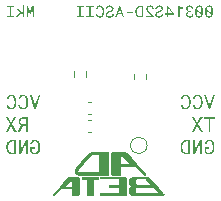
<source format=gbr>
%TF.GenerationSoftware,KiCad,Pcbnew,8.0.4*%
%TF.CreationDate,2024-09-13T11:56:02+01:00*%
%TF.ProjectId,MkI,4d6b492e-6b69-4636-9164-5f7063625858,rev?*%
%TF.SameCoordinates,Original*%
%TF.FileFunction,Legend,Bot*%
%TF.FilePolarity,Positive*%
%FSLAX46Y46*%
G04 Gerber Fmt 4.6, Leading zero omitted, Abs format (unit mm)*
G04 Created by KiCad (PCBNEW 8.0.4) date 2024-09-13 11:56:02*
%MOMM*%
%LPD*%
G01*
G04 APERTURE LIST*
%ADD10C,0.000000*%
%ADD11C,0.125000*%
%ADD12C,0.150000*%
%ADD13C,0.120000*%
G04 APERTURE END LIST*
D10*
G36*
X101458212Y-91092572D02*
G01*
X101462797Y-91098772D01*
X101467032Y-91104922D01*
X101470925Y-91111040D01*
X101474483Y-91117142D01*
X101477713Y-91123242D01*
X101480624Y-91129359D01*
X101483221Y-91135508D01*
X101485514Y-91141706D01*
X101487509Y-91147969D01*
X101489214Y-91154313D01*
X101490636Y-91160754D01*
X101491782Y-91167309D01*
X101492661Y-91173995D01*
X101493280Y-91180826D01*
X101493645Y-91187821D01*
X101493766Y-91194994D01*
X101493582Y-91203179D01*
X101493038Y-91211120D01*
X101492146Y-91218816D01*
X101490919Y-91226265D01*
X101489368Y-91233467D01*
X101487506Y-91240420D01*
X101485344Y-91247125D01*
X101482895Y-91253578D01*
X101480170Y-91259781D01*
X101477183Y-91265731D01*
X101473944Y-91271427D01*
X101470466Y-91276870D01*
X101466762Y-91282056D01*
X101462842Y-91286986D01*
X101458720Y-91291659D01*
X101454407Y-91296073D01*
X101449916Y-91300227D01*
X101445258Y-91304121D01*
X101440445Y-91307753D01*
X101435490Y-91311122D01*
X101430405Y-91314228D01*
X101425202Y-91317069D01*
X101419893Y-91319645D01*
X101414489Y-91321953D01*
X101409004Y-91323994D01*
X101403449Y-91325766D01*
X101397836Y-91327268D01*
X101392178Y-91328500D01*
X101386486Y-91329459D01*
X101380772Y-91330146D01*
X101375049Y-91330559D01*
X101369329Y-91330697D01*
X101362748Y-91330566D01*
X101356335Y-91330167D01*
X101350077Y-91329493D01*
X101343964Y-91328535D01*
X101337985Y-91327285D01*
X101332128Y-91325734D01*
X101326383Y-91323876D01*
X101320738Y-91321701D01*
X101315182Y-91319202D01*
X101309704Y-91316370D01*
X101304294Y-91313198D01*
X101298940Y-91309677D01*
X101293630Y-91305798D01*
X101288355Y-91301554D01*
X101283102Y-91296938D01*
X101277861Y-91291939D01*
X100632733Y-90583094D01*
X100630294Y-90580532D01*
X100627747Y-90578046D01*
X100625103Y-90575649D01*
X100622372Y-90573353D01*
X100619568Y-90571170D01*
X100616700Y-90569112D01*
X100613780Y-90567192D01*
X100610819Y-90565422D01*
X100607828Y-90563814D01*
X100604818Y-90562381D01*
X100601802Y-90561135D01*
X100598789Y-90560087D01*
X100595791Y-90559251D01*
X100592819Y-90558639D01*
X100589885Y-90558262D01*
X100588435Y-90558166D01*
X100586999Y-90558134D01*
X99416063Y-90558134D01*
X99414426Y-90558167D01*
X99412848Y-90558264D01*
X99411328Y-90558425D01*
X99409866Y-90558649D01*
X99408462Y-90558937D01*
X99407115Y-90559287D01*
X99405824Y-90559699D01*
X99404590Y-90560172D01*
X99403411Y-90560707D01*
X99402288Y-90561302D01*
X99401220Y-90561956D01*
X99400205Y-90562670D01*
X99399245Y-90563443D01*
X99398338Y-90564275D01*
X99397485Y-90565164D01*
X99396683Y-90566110D01*
X99395934Y-90567113D01*
X99395237Y-90568173D01*
X99394591Y-90569288D01*
X99393995Y-90570458D01*
X99393450Y-90571684D01*
X99392954Y-90572963D01*
X99392508Y-90574296D01*
X99392111Y-90575682D01*
X99391762Y-90577121D01*
X99391461Y-90578612D01*
X99391208Y-90580155D01*
X99391002Y-90581748D01*
X99390729Y-90585087D01*
X99390638Y-90588623D01*
X99390638Y-91269770D01*
X99390520Y-91272850D01*
X99390372Y-91274360D01*
X99390164Y-91275848D01*
X99389897Y-91277311D01*
X99389571Y-91278748D01*
X99389185Y-91280157D01*
X99388740Y-91281535D01*
X99388236Y-91282880D01*
X99387672Y-91284191D01*
X99387048Y-91285466D01*
X99386366Y-91286702D01*
X99385623Y-91287897D01*
X99384822Y-91289050D01*
X99383961Y-91290158D01*
X99383040Y-91291219D01*
X99382060Y-91292232D01*
X99381020Y-91293194D01*
X99379920Y-91294103D01*
X99378761Y-91294958D01*
X99377543Y-91295755D01*
X99376265Y-91296494D01*
X99374927Y-91297173D01*
X99373529Y-91297788D01*
X99372072Y-91298339D01*
X99370556Y-91298822D01*
X99368979Y-91299237D01*
X99367343Y-91299581D01*
X99365647Y-91299852D01*
X99363891Y-91300048D01*
X99362076Y-91300167D01*
X99360201Y-91300208D01*
X98674351Y-91300208D01*
X98665170Y-91299943D01*
X98656202Y-91299160D01*
X98647452Y-91297877D01*
X98638927Y-91296110D01*
X98630631Y-91293877D01*
X98622568Y-91291195D01*
X98614745Y-91288081D01*
X98607166Y-91284553D01*
X98599837Y-91280627D01*
X98592762Y-91276321D01*
X98585947Y-91271652D01*
X98579396Y-91266637D01*
X98573115Y-91261294D01*
X98567109Y-91255640D01*
X98561383Y-91249691D01*
X98555943Y-91243466D01*
X98550792Y-91236981D01*
X98545937Y-91230254D01*
X98541382Y-91223302D01*
X98537133Y-91216142D01*
X98533194Y-91208791D01*
X98529571Y-91201266D01*
X98526269Y-91193586D01*
X98523293Y-91185766D01*
X98520647Y-91177825D01*
X98518338Y-91169779D01*
X98516371Y-91161645D01*
X98514749Y-91153442D01*
X98513479Y-91145185D01*
X98512566Y-91136893D01*
X98512014Y-91128582D01*
X98511829Y-91120270D01*
X98511829Y-89661028D01*
X99390638Y-89661028D01*
X99390638Y-90314476D01*
X99390729Y-90318956D01*
X99391002Y-90323059D01*
X99391461Y-90326797D01*
X99392111Y-90330181D01*
X99392508Y-90331745D01*
X99392954Y-90333226D01*
X99393450Y-90334624D01*
X99393995Y-90335941D01*
X99394591Y-90337180D01*
X99395237Y-90338340D01*
X99395934Y-90339425D01*
X99396683Y-90340435D01*
X99397485Y-90341373D01*
X99398338Y-90342238D01*
X99399245Y-90343034D01*
X99400205Y-90343762D01*
X99401220Y-90344422D01*
X99402288Y-90345017D01*
X99403411Y-90345548D01*
X99404590Y-90346017D01*
X99405824Y-90346425D01*
X99407115Y-90346773D01*
X99409866Y-90347299D01*
X99412848Y-90347605D01*
X99416063Y-90347704D01*
X100018042Y-90347704D01*
X100022209Y-90347638D01*
X100026133Y-90347429D01*
X100029812Y-90347067D01*
X100033241Y-90346538D01*
X100036418Y-90345831D01*
X100039337Y-90344934D01*
X100040700Y-90344410D01*
X100041996Y-90343834D01*
X100043227Y-90343204D01*
X100044391Y-90342519D01*
X100045489Y-90341777D01*
X100046518Y-90340976D01*
X100047480Y-90340116D01*
X100048374Y-90339195D01*
X100049198Y-90338211D01*
X100049954Y-90337162D01*
X100050640Y-90336047D01*
X100051255Y-90334865D01*
X100051800Y-90333614D01*
X100052273Y-90332292D01*
X100052675Y-90330899D01*
X100053005Y-90329431D01*
X100053263Y-90327889D01*
X100053447Y-90326270D01*
X100053558Y-90324573D01*
X100053595Y-90322796D01*
X100053536Y-90320720D01*
X100053357Y-90318643D01*
X100053059Y-90316566D01*
X100052642Y-90314489D01*
X100052106Y-90312413D01*
X100051451Y-90310336D01*
X100050676Y-90308259D01*
X100049783Y-90306182D01*
X100048771Y-90304106D01*
X100047639Y-90302029D01*
X100046388Y-90299952D01*
X100045019Y-90297875D01*
X100043530Y-90295799D01*
X100041923Y-90293722D01*
X100040196Y-90291645D01*
X100038351Y-90289568D01*
X99436372Y-89633329D01*
X99435881Y-89632315D01*
X99435362Y-89631349D01*
X99434816Y-89630429D01*
X99434245Y-89629554D01*
X99433649Y-89628725D01*
X99433031Y-89627938D01*
X99432391Y-89627195D01*
X99431732Y-89626493D01*
X99431054Y-89625831D01*
X99430358Y-89625209D01*
X99429647Y-89624626D01*
X99428922Y-89624080D01*
X99428183Y-89623571D01*
X99427433Y-89623097D01*
X99426673Y-89622657D01*
X99425904Y-89622251D01*
X99425128Y-89621878D01*
X99424345Y-89621536D01*
X99422767Y-89620942D01*
X99421182Y-89620461D01*
X99419600Y-89620087D01*
X99418033Y-89619809D01*
X99416492Y-89619621D01*
X99414988Y-89619514D01*
X99413531Y-89619480D01*
X99412125Y-89619529D01*
X99410763Y-89619673D01*
X99409445Y-89619912D01*
X99408172Y-89620243D01*
X99406943Y-89620666D01*
X99405759Y-89621179D01*
X99404620Y-89621780D01*
X99403525Y-89622468D01*
X99402474Y-89623240D01*
X99401469Y-89624097D01*
X99400507Y-89625036D01*
X99399591Y-89626055D01*
X99398718Y-89627154D01*
X99397891Y-89628330D01*
X99397108Y-89629582D01*
X99396370Y-89630909D01*
X99395676Y-89632309D01*
X99395027Y-89633780D01*
X99394423Y-89635321D01*
X99393864Y-89636931D01*
X99393349Y-89638607D01*
X99392878Y-89640349D01*
X99392453Y-89642155D01*
X99392072Y-89644023D01*
X99391736Y-89645952D01*
X99391445Y-89647940D01*
X99391199Y-89649986D01*
X99390997Y-89652088D01*
X99390840Y-89654245D01*
X99390728Y-89656455D01*
X99390661Y-89658716D01*
X99390638Y-89661028D01*
X98511829Y-89661028D01*
X98511829Y-89500421D01*
X98512029Y-89489916D01*
X98512627Y-89479691D01*
X98513618Y-89469749D01*
X98514999Y-89460093D01*
X98516765Y-89450726D01*
X98518911Y-89441654D01*
X98521435Y-89432878D01*
X98524331Y-89424404D01*
X98527595Y-89416233D01*
X98531224Y-89408370D01*
X98535212Y-89400819D01*
X98539556Y-89393582D01*
X98544252Y-89386663D01*
X98549296Y-89380067D01*
X98554682Y-89373796D01*
X98560408Y-89367854D01*
X98566468Y-89362245D01*
X98572859Y-89356972D01*
X98579577Y-89352038D01*
X98586617Y-89347448D01*
X98593975Y-89343204D01*
X98601647Y-89339311D01*
X98609629Y-89335772D01*
X98617916Y-89332591D01*
X98626505Y-89329770D01*
X98635390Y-89327314D01*
X98644569Y-89325226D01*
X98654037Y-89323510D01*
X98663789Y-89322168D01*
X98673822Y-89321206D01*
X98684131Y-89320626D01*
X98694712Y-89320432D01*
X99687830Y-89320429D01*
X99708205Y-89320789D01*
X99727478Y-89321883D01*
X99745741Y-89323732D01*
X99763081Y-89326355D01*
X99779587Y-89329773D01*
X99795350Y-89334006D01*
X99810458Y-89339075D01*
X99825000Y-89345000D01*
X99839067Y-89351801D01*
X99852746Y-89359498D01*
X99866127Y-89368112D01*
X99879300Y-89377662D01*
X99892354Y-89388171D01*
X99905377Y-89399656D01*
X99918460Y-89412140D01*
X99931691Y-89425642D01*
X100753276Y-90322796D01*
X101458212Y-91092572D01*
G37*
G36*
X102960567Y-92766502D02*
G01*
X103039976Y-92853342D01*
X103044016Y-92858912D01*
X103047575Y-92864768D01*
X103050661Y-92870881D01*
X103053283Y-92877220D01*
X103055449Y-92883755D01*
X103057168Y-92890455D01*
X103058448Y-92897290D01*
X103059297Y-92904230D01*
X103059726Y-92911243D01*
X103059741Y-92918300D01*
X103059351Y-92925371D01*
X103058566Y-92932424D01*
X103057393Y-92939430D01*
X103055841Y-92946358D01*
X103053919Y-92953177D01*
X103051635Y-92959858D01*
X103048997Y-92966369D01*
X103046015Y-92972681D01*
X103042697Y-92978763D01*
X103039051Y-92984584D01*
X103035086Y-92990114D01*
X103030810Y-92995323D01*
X103026232Y-93000180D01*
X103021361Y-93004655D01*
X103016204Y-93008717D01*
X103010772Y-93012337D01*
X103005071Y-93015483D01*
X102999111Y-93018125D01*
X102992900Y-93020233D01*
X102986447Y-93021777D01*
X102979760Y-93022725D01*
X102972848Y-93023048D01*
X100416157Y-93023408D01*
X100393501Y-93022913D01*
X100371414Y-93021444D01*
X100349906Y-93019022D01*
X100328988Y-93015667D01*
X100308668Y-93011403D01*
X100288958Y-93006249D01*
X100269865Y-93000228D01*
X100251402Y-92993362D01*
X100233576Y-92985670D01*
X100216399Y-92977175D01*
X100199879Y-92967899D01*
X100184027Y-92957862D01*
X100168853Y-92947086D01*
X100154366Y-92935593D01*
X100140576Y-92923404D01*
X100127493Y-92910540D01*
X100115127Y-92897023D01*
X100103487Y-92882875D01*
X100092584Y-92868116D01*
X100082427Y-92852768D01*
X100073027Y-92836852D01*
X100064392Y-92820391D01*
X100056533Y-92803405D01*
X100049460Y-92785916D01*
X100043182Y-92767945D01*
X100037709Y-92749514D01*
X100033051Y-92730644D01*
X100029218Y-92711356D01*
X100026220Y-92691673D01*
X100024066Y-92671614D01*
X100022766Y-92651203D01*
X100022331Y-92630460D01*
X100022870Y-92598746D01*
X100024487Y-92568177D01*
X100025254Y-92559820D01*
X100620692Y-92559820D01*
X100621326Y-92586558D01*
X100623251Y-92612090D01*
X100626509Y-92636345D01*
X100631138Y-92659250D01*
X100637178Y-92680733D01*
X100644667Y-92700723D01*
X100648968Y-92710135D01*
X100653646Y-92719147D01*
X100658706Y-92727750D01*
X100664154Y-92735934D01*
X100669993Y-92743691D01*
X100676229Y-92751011D01*
X100682867Y-92757886D01*
X100689912Y-92764307D01*
X100697369Y-92770265D01*
X100705242Y-92775750D01*
X100713536Y-92780754D01*
X100722257Y-92785268D01*
X100731410Y-92789282D01*
X100740998Y-92792788D01*
X100751028Y-92795777D01*
X100761504Y-92798240D01*
X100772431Y-92800167D01*
X100783814Y-92801550D01*
X100795658Y-92802380D01*
X100807968Y-92802647D01*
X102473706Y-92801977D01*
X102476210Y-92801712D01*
X102478640Y-92801266D01*
X102480991Y-92800645D01*
X102483259Y-92799858D01*
X102485441Y-92798913D01*
X102487532Y-92797818D01*
X102489529Y-92796582D01*
X102491428Y-92795211D01*
X102493225Y-92793715D01*
X102494915Y-92792102D01*
X102496495Y-92790379D01*
X102497961Y-92788554D01*
X102499309Y-92786636D01*
X102500535Y-92784633D01*
X102501636Y-92782553D01*
X102502606Y-92780403D01*
X102503443Y-92778192D01*
X102504142Y-92775928D01*
X102504699Y-92773619D01*
X102505111Y-92771272D01*
X102505374Y-92768897D01*
X102505483Y-92766502D01*
X102505435Y-92764093D01*
X102505225Y-92761679D01*
X102504850Y-92759269D01*
X102504306Y-92756871D01*
X102503589Y-92754492D01*
X102502695Y-92752140D01*
X102501620Y-92749824D01*
X102500360Y-92747551D01*
X102498912Y-92745331D01*
X102497270Y-92743170D01*
X102144940Y-92356010D01*
X102142784Y-92353736D01*
X102140508Y-92351548D01*
X102138087Y-92349455D01*
X102135494Y-92347466D01*
X102134125Y-92346513D01*
X102132702Y-92345589D01*
X102131224Y-92344695D01*
X102129685Y-92343833D01*
X102128084Y-92343002D01*
X102126416Y-92342205D01*
X102124679Y-92341443D01*
X102122869Y-92340715D01*
X102120982Y-92340025D01*
X102119016Y-92339372D01*
X102116968Y-92338757D01*
X102114832Y-92338183D01*
X102112608Y-92337649D01*
X102110290Y-92337156D01*
X102107876Y-92336707D01*
X102105363Y-92336302D01*
X102102747Y-92335942D01*
X102100025Y-92335628D01*
X102097193Y-92335361D01*
X102094248Y-92335142D01*
X102091187Y-92334973D01*
X102088007Y-92334854D01*
X102084704Y-92334786D01*
X102081275Y-92334771D01*
X101444620Y-92335862D01*
X100807968Y-92339060D01*
X100807968Y-92339058D01*
X100796667Y-92339363D01*
X100785704Y-92340171D01*
X100775081Y-92341475D01*
X100764797Y-92343267D01*
X100754856Y-92345538D01*
X100745258Y-92348282D01*
X100736004Y-92351490D01*
X100727096Y-92355155D01*
X100718536Y-92359268D01*
X100710324Y-92363823D01*
X100702463Y-92368810D01*
X100694953Y-92374223D01*
X100687795Y-92380054D01*
X100680992Y-92386295D01*
X100674545Y-92392937D01*
X100668455Y-92399974D01*
X100662723Y-92407397D01*
X100657351Y-92415199D01*
X100652340Y-92423372D01*
X100647691Y-92431908D01*
X100643407Y-92440799D01*
X100639488Y-92450037D01*
X100635935Y-92459616D01*
X100632751Y-92469526D01*
X100629936Y-92479760D01*
X100627492Y-92490311D01*
X100625420Y-92501170D01*
X100623722Y-92512330D01*
X100622398Y-92523782D01*
X100621452Y-92535520D01*
X100620882Y-92547535D01*
X100620692Y-92559820D01*
X100025254Y-92559820D01*
X100027186Y-92538759D01*
X100030969Y-92510499D01*
X100035839Y-92483403D01*
X100041798Y-92457477D01*
X100048850Y-92432728D01*
X100056996Y-92409163D01*
X100066241Y-92386788D01*
X100076585Y-92365609D01*
X100088033Y-92345633D01*
X100100586Y-92326866D01*
X100114247Y-92309315D01*
X100129020Y-92292987D01*
X100144906Y-92277887D01*
X100161909Y-92264023D01*
X100164708Y-92261125D01*
X100167367Y-92258224D01*
X100169881Y-92255315D01*
X100172244Y-92252397D01*
X100174450Y-92249466D01*
X100176494Y-92246519D01*
X100178369Y-92243552D01*
X100180072Y-92240563D01*
X100181595Y-92237547D01*
X100182933Y-92234503D01*
X100184080Y-92231426D01*
X100185032Y-92228314D01*
X100185782Y-92225163D01*
X100186324Y-92221971D01*
X100186654Y-92218733D01*
X100186765Y-92215447D01*
X100186655Y-92212915D01*
X100186332Y-92210299D01*
X100185807Y-92207618D01*
X100185092Y-92204892D01*
X100184197Y-92202140D01*
X100183134Y-92199381D01*
X100181915Y-92196635D01*
X100180550Y-92193922D01*
X100179050Y-92191260D01*
X100177427Y-92188670D01*
X100175693Y-92186170D01*
X100173857Y-92183780D01*
X100171932Y-92181519D01*
X100169929Y-92179407D01*
X100167859Y-92177464D01*
X100165733Y-92175708D01*
X100151401Y-92163726D01*
X100137812Y-92150941D01*
X100124990Y-92137322D01*
X100112961Y-92122840D01*
X100101749Y-92107466D01*
X100091380Y-92091171D01*
X100081880Y-92073926D01*
X100073273Y-92055701D01*
X100065584Y-92036467D01*
X100058839Y-92016195D01*
X100053062Y-91994856D01*
X100048280Y-91972420D01*
X100044516Y-91948859D01*
X100041797Y-91924142D01*
X100040147Y-91898241D01*
X100039591Y-91871127D01*
X100040415Y-91838807D01*
X100632020Y-91838807D01*
X100632674Y-91865237D01*
X100634656Y-91890656D01*
X100637993Y-91914967D01*
X100642713Y-91938074D01*
X100648844Y-91959878D01*
X100656414Y-91980282D01*
X100660748Y-91989930D01*
X100665452Y-91999191D01*
X100670530Y-92008054D01*
X100675985Y-92016507D01*
X100681821Y-92024537D01*
X100688041Y-92032132D01*
X100694649Y-92039280D01*
X100701648Y-92045970D01*
X100709043Y-92052188D01*
X100716835Y-92057923D01*
X100725029Y-92063163D01*
X100733629Y-92067895D01*
X100742637Y-92072107D01*
X100752057Y-92075788D01*
X100761894Y-92078925D01*
X100772149Y-92081506D01*
X100782828Y-92083519D01*
X100793933Y-92084951D01*
X100805467Y-92085791D01*
X100817435Y-92086027D01*
X101816392Y-92079619D01*
X101818050Y-92079600D01*
X101819755Y-92079432D01*
X101821495Y-92079117D01*
X101823259Y-92078657D01*
X101825033Y-92078057D01*
X101826807Y-92077318D01*
X101828566Y-92076444D01*
X101830300Y-92075437D01*
X101831996Y-92074300D01*
X101833641Y-92073037D01*
X101835225Y-92071649D01*
X101836733Y-92070140D01*
X101838155Y-92068513D01*
X101839478Y-92066770D01*
X101840690Y-92064915D01*
X101841779Y-92062950D01*
X101842732Y-92060878D01*
X101843537Y-92058701D01*
X101844182Y-92056424D01*
X101844655Y-92054048D01*
X101844944Y-92051576D01*
X101845036Y-92049012D01*
X101844920Y-92046358D01*
X101844582Y-92043617D01*
X101844011Y-92040792D01*
X101843195Y-92037885D01*
X101842122Y-92034900D01*
X101840778Y-92031840D01*
X101839153Y-92028707D01*
X101837233Y-92025504D01*
X101835008Y-92022233D01*
X101832463Y-92018899D01*
X101485870Y-91637372D01*
X101483725Y-91634593D01*
X101482685Y-91633332D01*
X101481659Y-91632152D01*
X101480643Y-91631051D01*
X101479631Y-91630026D01*
X101478618Y-91629075D01*
X101477598Y-91628194D01*
X101476567Y-91627382D01*
X101475518Y-91626635D01*
X101474448Y-91625952D01*
X101473350Y-91625328D01*
X101472219Y-91624762D01*
X101471051Y-91624250D01*
X101469839Y-91623791D01*
X101468579Y-91623381D01*
X101467265Y-91623018D01*
X101465892Y-91622699D01*
X101464455Y-91622421D01*
X101462949Y-91622182D01*
X101461368Y-91621979D01*
X101459708Y-91621809D01*
X101456125Y-91621559D01*
X101452161Y-91621409D01*
X101447772Y-91621339D01*
X101437552Y-91621352D01*
X100817435Y-91620267D01*
X100806308Y-91620520D01*
X100795507Y-91621282D01*
X100785035Y-91622546D01*
X100774893Y-91624301D01*
X100765083Y-91626541D01*
X100755606Y-91629256D01*
X100746465Y-91632438D01*
X100737660Y-91636078D01*
X100729194Y-91640168D01*
X100721069Y-91644699D01*
X100713287Y-91649663D01*
X100705848Y-91655052D01*
X100698755Y-91660856D01*
X100692010Y-91667068D01*
X100685614Y-91673678D01*
X100679569Y-91680678D01*
X100673876Y-91688060D01*
X100668539Y-91695816D01*
X100663557Y-91703936D01*
X100658934Y-91712412D01*
X100654671Y-91721236D01*
X100650769Y-91730399D01*
X100647230Y-91739893D01*
X100644056Y-91749708D01*
X100641250Y-91759838D01*
X100638811Y-91770272D01*
X100636744Y-91781003D01*
X100635048Y-91792022D01*
X100633726Y-91803320D01*
X100632779Y-91814889D01*
X100632210Y-91826721D01*
X100632020Y-91838807D01*
X100040415Y-91838807D01*
X100040697Y-91827738D01*
X100044131Y-91785470D01*
X100050065Y-91744556D01*
X100058673Y-91705227D01*
X100070128Y-91667713D01*
X100076978Y-91649710D01*
X100084603Y-91632248D01*
X100093027Y-91615356D01*
X100102271Y-91599062D01*
X100112357Y-91583396D01*
X100123306Y-91568387D01*
X100135139Y-91554063D01*
X100147879Y-91540454D01*
X100161547Y-91527588D01*
X100176165Y-91515495D01*
X100191754Y-91504203D01*
X100208336Y-91493741D01*
X100225933Y-91484139D01*
X100244566Y-91475424D01*
X100264256Y-91467627D01*
X100285027Y-91460776D01*
X100306898Y-91454900D01*
X100329893Y-91450027D01*
X100354032Y-91446188D01*
X100379336Y-91443410D01*
X100405829Y-91441723D01*
X100433531Y-91441156D01*
X101677992Y-91435806D01*
X101699274Y-91435833D01*
X101708071Y-91435934D01*
X101715802Y-91436155D01*
X101722593Y-91436544D01*
X101728565Y-91437145D01*
X101733844Y-91438007D01*
X101738553Y-91439174D01*
X101742816Y-91440695D01*
X101746756Y-91442614D01*
X101750496Y-91444979D01*
X101754162Y-91447835D01*
X101757876Y-91451230D01*
X101761762Y-91455209D01*
X101765943Y-91459819D01*
X101770544Y-91465107D01*
X102304480Y-92049012D01*
X102960567Y-92766502D01*
G37*
G36*
X97506671Y-91438836D02*
G01*
X97507989Y-91438932D01*
X97509233Y-91439092D01*
X97510406Y-91439314D01*
X97511508Y-91439597D01*
X97512542Y-91439942D01*
X97513511Y-91440347D01*
X97514416Y-91440810D01*
X97515259Y-91441332D01*
X97516043Y-91441912D01*
X97516769Y-91442549D01*
X97517441Y-91443241D01*
X97518059Y-91443988D01*
X97518625Y-91444790D01*
X97519143Y-91445646D01*
X97519614Y-91446554D01*
X97520040Y-91447514D01*
X97520424Y-91448525D01*
X97520767Y-91449586D01*
X97521071Y-91450697D01*
X97521339Y-91451856D01*
X97521573Y-91453063D01*
X97521774Y-91454318D01*
X97521946Y-91455618D01*
X97522206Y-91458354D01*
X97522372Y-91461265D01*
X97522459Y-91464345D01*
X97522484Y-91467587D01*
X97522484Y-91629179D01*
X97522394Y-91632811D01*
X97522125Y-91636232D01*
X97521677Y-91639440D01*
X97521050Y-91642430D01*
X97520243Y-91645200D01*
X97519772Y-91646501D01*
X97519257Y-91647746D01*
X97518696Y-91648934D01*
X97518091Y-91650065D01*
X97517441Y-91651139D01*
X97516747Y-91652154D01*
X97516007Y-91653111D01*
X97515223Y-91654010D01*
X97514394Y-91654849D01*
X97513520Y-91655628D01*
X97512601Y-91656348D01*
X97511638Y-91657007D01*
X97510630Y-91657605D01*
X97509577Y-91658143D01*
X97508479Y-91658618D01*
X97507336Y-91659031D01*
X97506149Y-91659382D01*
X97504916Y-91659670D01*
X97503639Y-91659895D01*
X97502318Y-91660056D01*
X97500951Y-91660153D01*
X97499540Y-91660185D01*
X97130621Y-91660185D01*
X97128180Y-91660263D01*
X97125876Y-91660495D01*
X97124776Y-91660670D01*
X97123712Y-91660883D01*
X97122683Y-91661135D01*
X97121690Y-91661426D01*
X97120734Y-91661755D01*
X97119814Y-91662124D01*
X97118932Y-91662531D01*
X97118086Y-91662977D01*
X97117279Y-91663462D01*
X97116510Y-91663986D01*
X97115779Y-91664549D01*
X97115088Y-91665151D01*
X97114435Y-91665792D01*
X97113822Y-91666471D01*
X97113249Y-91667190D01*
X97112716Y-91667947D01*
X97112223Y-91668744D01*
X97111772Y-91669579D01*
X97111362Y-91670454D01*
X97110994Y-91671367D01*
X97110667Y-91672320D01*
X97110383Y-91673311D01*
X97110142Y-91674342D01*
X97109944Y-91675411D01*
X97109789Y-91676520D01*
X97109678Y-91677668D01*
X97109611Y-91678855D01*
X97109589Y-91680081D01*
X97109589Y-92877733D01*
X97109014Y-92891024D01*
X97107316Y-92904256D01*
X97104538Y-92917321D01*
X97100721Y-92930106D01*
X97095908Y-92942503D01*
X97090140Y-92954401D01*
X97083459Y-92965690D01*
X97075908Y-92976258D01*
X97071819Y-92981238D01*
X97067528Y-92985996D01*
X97063040Y-92990520D01*
X97058361Y-92994794D01*
X97053495Y-92998806D01*
X97048449Y-93002541D01*
X97043226Y-93005986D01*
X97037834Y-93009127D01*
X97032276Y-93011950D01*
X97026558Y-93014441D01*
X97020685Y-93016587D01*
X97014663Y-93018374D01*
X97008496Y-93019788D01*
X97002190Y-93020814D01*
X96995751Y-93021441D01*
X96989183Y-93021652D01*
X96474951Y-93021652D01*
X96473193Y-93021620D01*
X96471501Y-93021524D01*
X96469876Y-93021367D01*
X96468316Y-93021149D01*
X96466820Y-93020873D01*
X96465388Y-93020540D01*
X96464019Y-93020151D01*
X96462713Y-93019709D01*
X96461469Y-93019215D01*
X96460285Y-93018670D01*
X96459162Y-93018077D01*
X96458098Y-93017437D01*
X96457094Y-93016751D01*
X96456147Y-93016021D01*
X96455258Y-93015250D01*
X96454425Y-93014437D01*
X96453649Y-93013586D01*
X96452928Y-93012698D01*
X96452261Y-93011773D01*
X96451648Y-93010815D01*
X96451089Y-93009825D01*
X96450581Y-93008804D01*
X96450126Y-93007753D01*
X96449721Y-93006675D01*
X96449367Y-93005572D01*
X96449062Y-93004444D01*
X96448599Y-93002122D01*
X96448325Y-92999724D01*
X96448235Y-92997261D01*
X96448235Y-91680081D01*
X96448207Y-91678855D01*
X96448125Y-91677669D01*
X96447989Y-91676521D01*
X96447801Y-91675413D01*
X96447564Y-91674343D01*
X96447277Y-91673313D01*
X96446942Y-91672321D01*
X96446561Y-91671369D01*
X96446136Y-91670456D01*
X96445667Y-91669581D01*
X96445156Y-91668746D01*
X96444604Y-91667949D01*
X96444013Y-91667192D01*
X96443385Y-91666473D01*
X96442720Y-91665793D01*
X96442020Y-91665153D01*
X96441286Y-91664551D01*
X96440520Y-91663988D01*
X96439723Y-91663464D01*
X96438897Y-91662979D01*
X96438043Y-91662532D01*
X96437163Y-91662125D01*
X96436257Y-91661756D01*
X96435327Y-91661426D01*
X96434375Y-91661136D01*
X96433402Y-91660883D01*
X96432410Y-91660670D01*
X96431399Y-91660496D01*
X96430371Y-91660360D01*
X96429328Y-91660263D01*
X96427202Y-91660186D01*
X96054460Y-91660186D01*
X96053222Y-91660153D01*
X96052018Y-91660056D01*
X96050849Y-91659895D01*
X96049714Y-91659670D01*
X96048614Y-91659382D01*
X96047550Y-91659032D01*
X96046521Y-91658618D01*
X96045528Y-91658143D01*
X96044572Y-91657606D01*
X96043652Y-91657007D01*
X96042770Y-91656348D01*
X96041925Y-91655629D01*
X96041118Y-91654849D01*
X96040348Y-91654010D01*
X96039618Y-91653112D01*
X96038926Y-91652154D01*
X96038273Y-91651139D01*
X96037660Y-91650065D01*
X96037087Y-91648934D01*
X96036554Y-91647746D01*
X96036062Y-91646501D01*
X96035611Y-91645200D01*
X96035201Y-91643843D01*
X96034832Y-91642430D01*
X96034506Y-91640962D01*
X96034222Y-91639440D01*
X96033981Y-91637863D01*
X96033782Y-91636233D01*
X96033628Y-91634548D01*
X96033517Y-91632811D01*
X96033450Y-91631022D01*
X96033428Y-91629180D01*
X96033428Y-91467587D01*
X96033474Y-91464345D01*
X96033622Y-91461266D01*
X96033882Y-91458354D01*
X96034264Y-91455618D01*
X96034782Y-91453063D01*
X96035445Y-91450697D01*
X96036265Y-91448525D01*
X96036737Y-91447514D01*
X96037253Y-91446554D01*
X96037813Y-91445646D01*
X96038420Y-91444790D01*
X96039074Y-91443989D01*
X96039777Y-91443241D01*
X96040531Y-91442549D01*
X96041336Y-91441912D01*
X96042195Y-91441333D01*
X96043108Y-91440810D01*
X96044078Y-91440347D01*
X96045104Y-91439942D01*
X96046190Y-91439598D01*
X96047335Y-91439314D01*
X96048542Y-91439092D01*
X96049813Y-91438932D01*
X96051147Y-91438836D01*
X96052548Y-91438804D01*
X97505276Y-91438803D01*
X97506671Y-91438836D01*
G37*
G36*
X98379124Y-91147194D02*
G01*
X98378156Y-91164766D01*
X98376646Y-91181438D01*
X98374515Y-91197177D01*
X98371686Y-91211951D01*
X98368081Y-91225731D01*
X98363623Y-91238483D01*
X98361049Y-91244465D01*
X98358233Y-91250178D01*
X98355164Y-91255618D01*
X98351834Y-91260783D01*
X98348232Y-91265667D01*
X98344348Y-91270267D01*
X98340174Y-91274579D01*
X98335698Y-91278598D01*
X98330913Y-91282322D01*
X98325806Y-91285747D01*
X98320370Y-91288867D01*
X98314595Y-91291680D01*
X98308470Y-91294181D01*
X98301986Y-91296367D01*
X98295133Y-91298233D01*
X98287902Y-91299776D01*
X98280282Y-91300992D01*
X98272265Y-91301876D01*
X98263839Y-91302426D01*
X98254997Y-91302636D01*
X96652718Y-91306770D01*
X95816387Y-91302946D01*
X95796534Y-91302279D01*
X95775714Y-91300257D01*
X95754106Y-91296883D01*
X95731890Y-91292158D01*
X95709249Y-91286085D01*
X95686361Y-91278666D01*
X95663408Y-91269902D01*
X95640570Y-91259796D01*
X95618029Y-91248350D01*
X95595964Y-91235566D01*
X95574556Y-91221445D01*
X95553986Y-91205990D01*
X95534434Y-91189202D01*
X95516081Y-91171085D01*
X95499108Y-91151639D01*
X95483695Y-91130867D01*
X95470023Y-91108771D01*
X95458273Y-91085352D01*
X95448624Y-91060613D01*
X95441258Y-91034556D01*
X95436356Y-91007183D01*
X95434097Y-90978496D01*
X95434663Y-90948496D01*
X95436916Y-90928740D01*
X95762438Y-90928740D01*
X95762934Y-90936712D01*
X95763975Y-90944532D01*
X95765548Y-90952182D01*
X95767640Y-90959641D01*
X95770237Y-90966889D01*
X95773325Y-90973906D01*
X95776892Y-90980671D01*
X95780923Y-90987165D01*
X95785406Y-90993368D01*
X95790326Y-90999260D01*
X95795670Y-91004819D01*
X95801426Y-91010028D01*
X95807578Y-91014865D01*
X95814114Y-91019310D01*
X95821021Y-91023343D01*
X95828285Y-91026944D01*
X95835892Y-91030094D01*
X95843828Y-91032771D01*
X95852082Y-91034957D01*
X95860638Y-91036630D01*
X95869484Y-91037771D01*
X95878606Y-91038360D01*
X97526928Y-91032162D01*
X97521605Y-89561657D01*
X97217387Y-89558502D01*
X97145380Y-89559061D01*
X97112051Y-89560169D01*
X97080313Y-89562077D01*
X97050024Y-89564971D01*
X97021042Y-89569035D01*
X96993222Y-89574455D01*
X96966422Y-89581416D01*
X96940498Y-89590103D01*
X96915309Y-89600703D01*
X96890710Y-89613399D01*
X96866560Y-89628378D01*
X96842714Y-89645824D01*
X96819030Y-89665924D01*
X96795364Y-89688862D01*
X96771575Y-89714823D01*
X95790446Y-90845142D01*
X95784746Y-90853518D01*
X95779726Y-90861944D01*
X95775373Y-90870400D01*
X95771673Y-90878866D01*
X95768613Y-90887321D01*
X95766179Y-90895746D01*
X95764358Y-90904120D01*
X95763137Y-90912424D01*
X95762501Y-90920637D01*
X95762438Y-90928740D01*
X95436916Y-90928740D01*
X95438234Y-90917187D01*
X95444990Y-90884569D01*
X95455113Y-90850645D01*
X95468783Y-90815417D01*
X95486181Y-90778886D01*
X95507486Y-90741056D01*
X95532881Y-90701927D01*
X95562545Y-90661503D01*
X95596658Y-90619784D01*
X96530245Y-89577419D01*
X96586185Y-89516003D01*
X96611155Y-89488578D01*
X96634966Y-89463313D01*
X96658249Y-89440188D01*
X96681637Y-89419182D01*
X96693566Y-89409466D01*
X96705759Y-89400272D01*
X96718293Y-89391598D01*
X96731247Y-89383440D01*
X96744701Y-89375795D01*
X96758733Y-89368662D01*
X96773423Y-89362037D01*
X96788848Y-89355919D01*
X96805088Y-89350303D01*
X96822222Y-89345189D01*
X96840329Y-89340572D01*
X96859488Y-89336451D01*
X96879777Y-89332822D01*
X96901275Y-89329684D01*
X96924062Y-89327033D01*
X96948216Y-89324868D01*
X96973817Y-89323184D01*
X97000942Y-89321980D01*
X97060084Y-89321000D01*
X98356593Y-89320329D01*
X98358291Y-89320364D01*
X98359869Y-89320470D01*
X98361331Y-89320649D01*
X98362682Y-89320899D01*
X98363926Y-89321220D01*
X98365067Y-89321613D01*
X98366110Y-89322077D01*
X98367059Y-89322612D01*
X98367918Y-89323218D01*
X98368692Y-89323896D01*
X98369386Y-89324644D01*
X98370002Y-89325463D01*
X98370547Y-89326352D01*
X98371024Y-89327312D01*
X98371437Y-89328343D01*
X98371791Y-89329444D01*
X98372090Y-89330615D01*
X98372340Y-89331857D01*
X98372543Y-89333169D01*
X98372704Y-89334550D01*
X98372828Y-89336002D01*
X98372919Y-89337523D01*
X98373020Y-89340775D01*
X98372975Y-89356554D01*
X98378729Y-91032162D01*
X98379124Y-91147194D01*
G37*
G36*
X99750190Y-91439021D02*
G01*
X99758373Y-91439666D01*
X99766276Y-91440722D01*
X99773902Y-91442175D01*
X99781251Y-91444011D01*
X99788322Y-91446215D01*
X99795119Y-91448772D01*
X99801639Y-91451668D01*
X99807886Y-91454888D01*
X99813859Y-91458418D01*
X99819558Y-91462243D01*
X99824986Y-91466348D01*
X99830142Y-91470720D01*
X99835026Y-91475342D01*
X99839641Y-91480201D01*
X99843986Y-91485283D01*
X99848063Y-91490572D01*
X99851871Y-91496054D01*
X99855412Y-91501714D01*
X99858686Y-91507538D01*
X99861694Y-91513511D01*
X99864437Y-91519619D01*
X99866915Y-91525847D01*
X99869130Y-91532180D01*
X99871081Y-91538605D01*
X99872770Y-91545105D01*
X99875363Y-91558277D01*
X99876915Y-91571578D01*
X99877430Y-91584893D01*
X99877430Y-92877733D01*
X99876893Y-92892848D01*
X99875284Y-92907434D01*
X99874079Y-92914510D01*
X99872606Y-92921431D01*
X99870866Y-92928189D01*
X99868861Y-92934776D01*
X99866589Y-92941185D01*
X99864052Y-92947408D01*
X99861249Y-92953438D01*
X99858182Y-92959265D01*
X99854850Y-92964884D01*
X99851253Y-92970286D01*
X99847393Y-92975464D01*
X99843269Y-92980409D01*
X99838882Y-92985114D01*
X99834233Y-92989571D01*
X99829320Y-92993774D01*
X99824146Y-92997713D01*
X99818709Y-93001381D01*
X99813012Y-93004770D01*
X99807053Y-93007874D01*
X99800833Y-93010683D01*
X99794353Y-93013191D01*
X99787613Y-93015390D01*
X99780613Y-93017271D01*
X99773353Y-93018828D01*
X99765835Y-93020052D01*
X99758058Y-93020936D01*
X99750022Y-93021472D01*
X99741728Y-93021652D01*
X97644802Y-93021652D01*
X97643559Y-93021620D01*
X97642340Y-93021524D01*
X97641146Y-93021367D01*
X97639977Y-93021149D01*
X97638835Y-93020873D01*
X97637721Y-93020540D01*
X97636636Y-93020151D01*
X97635581Y-93019709D01*
X97634556Y-93019215D01*
X97633564Y-93018670D01*
X97632604Y-93018077D01*
X97631679Y-93017437D01*
X97630789Y-93016751D01*
X97629934Y-93016021D01*
X97629117Y-93015250D01*
X97628338Y-93014437D01*
X97627599Y-93013586D01*
X97626899Y-93012698D01*
X97626241Y-93011773D01*
X97625625Y-93010815D01*
X97625052Y-93009825D01*
X97624524Y-93008804D01*
X97624041Y-93007753D01*
X97623605Y-93006675D01*
X97623216Y-93005572D01*
X97622876Y-93004444D01*
X97622585Y-93003294D01*
X97622344Y-93002122D01*
X97622156Y-93000932D01*
X97622020Y-92999724D01*
X97621937Y-92998500D01*
X97621909Y-92997261D01*
X97621909Y-92826832D01*
X97621937Y-92825393D01*
X97622020Y-92823980D01*
X97622156Y-92822596D01*
X97622344Y-92821242D01*
X97622585Y-92819918D01*
X97622876Y-92818626D01*
X97623216Y-92817368D01*
X97623605Y-92816144D01*
X97624041Y-92814956D01*
X97624524Y-92813805D01*
X97625052Y-92812692D01*
X97625625Y-92811618D01*
X97626241Y-92810585D01*
X97626899Y-92809593D01*
X97627599Y-92808644D01*
X97628338Y-92807740D01*
X97629117Y-92806881D01*
X97629935Y-92806069D01*
X97630789Y-92805304D01*
X97631679Y-92804589D01*
X97632604Y-92803924D01*
X97633564Y-92803310D01*
X97634556Y-92802749D01*
X97635581Y-92802242D01*
X97636636Y-92801790D01*
X97637721Y-92801394D01*
X97638835Y-92801056D01*
X97639977Y-92800776D01*
X97641146Y-92800557D01*
X97642340Y-92800399D01*
X97643559Y-92800303D01*
X97644802Y-92800271D01*
X99063165Y-92800271D01*
X99082880Y-92799698D01*
X99092205Y-92798981D01*
X99101180Y-92797974D01*
X99109805Y-92796678D01*
X99118084Y-92795090D01*
X99126019Y-92793209D01*
X99133612Y-92791034D01*
X99140867Y-92788564D01*
X99147785Y-92785798D01*
X99154369Y-92782734D01*
X99160621Y-92779372D01*
X99166544Y-92775710D01*
X99172141Y-92771746D01*
X99177414Y-92767480D01*
X99182365Y-92762910D01*
X99186996Y-92758036D01*
X99191311Y-92752855D01*
X99195312Y-92747368D01*
X99199001Y-92741571D01*
X99202381Y-92735466D01*
X99205453Y-92729049D01*
X99208222Y-92722320D01*
X99210688Y-92715278D01*
X99212855Y-92707921D01*
X99214725Y-92700249D01*
X99216301Y-92692259D01*
X99217584Y-92683951D01*
X99218578Y-92675324D01*
X99219285Y-92666377D01*
X99219848Y-92647515D01*
X99219848Y-92361951D01*
X99219820Y-92360712D01*
X99219738Y-92359488D01*
X99219602Y-92358280D01*
X99219413Y-92357089D01*
X99219173Y-92355918D01*
X99218882Y-92354768D01*
X99218541Y-92353640D01*
X99218153Y-92352536D01*
X99217716Y-92351458D01*
X99217233Y-92350408D01*
X99216705Y-92349387D01*
X99216132Y-92348396D01*
X99215516Y-92347438D01*
X99214858Y-92346514D01*
X99214159Y-92345625D01*
X99213419Y-92344774D01*
X99212640Y-92343962D01*
X99211823Y-92343190D01*
X99210969Y-92342461D01*
X99210078Y-92341775D01*
X99209153Y-92341135D01*
X99208194Y-92340541D01*
X99207201Y-92339997D01*
X99206177Y-92339503D01*
X99205121Y-92339061D01*
X99204036Y-92338672D01*
X99202922Y-92338339D01*
X99201780Y-92338063D01*
X99200612Y-92337845D01*
X99199417Y-92337688D01*
X99198198Y-92337592D01*
X99196955Y-92337560D01*
X98411318Y-92337560D01*
X98410260Y-92337534D01*
X98409235Y-92337457D01*
X98408244Y-92337328D01*
X98407286Y-92337149D01*
X98406362Y-92336920D01*
X98405471Y-92336641D01*
X98404614Y-92336313D01*
X98403791Y-92335936D01*
X98403001Y-92335510D01*
X98402245Y-92335036D01*
X98401522Y-92334514D01*
X98400833Y-92333944D01*
X98400178Y-92333328D01*
X98399556Y-92332665D01*
X98398968Y-92331956D01*
X98398413Y-92331201D01*
X98397892Y-92330401D01*
X98397405Y-92329555D01*
X98396951Y-92328665D01*
X98396531Y-92327731D01*
X98396144Y-92326753D01*
X98395791Y-92325732D01*
X98395472Y-92324668D01*
X98395186Y-92323561D01*
X98394934Y-92322412D01*
X98394715Y-92321221D01*
X98394530Y-92319988D01*
X98394379Y-92318715D01*
X98394261Y-92317401D01*
X98394177Y-92316047D01*
X98394127Y-92314653D01*
X98394110Y-92313220D01*
X98394110Y-92105119D01*
X98394177Y-92101537D01*
X98394379Y-92098257D01*
X98394715Y-92095269D01*
X98395186Y-92092563D01*
X98395791Y-92090130D01*
X98396530Y-92087959D01*
X98396950Y-92086969D01*
X98397404Y-92086041D01*
X98397891Y-92085174D01*
X98398412Y-92084367D01*
X98398967Y-92083617D01*
X98399555Y-92082925D01*
X98400177Y-92082289D01*
X98400832Y-92081708D01*
X98401521Y-92081180D01*
X98402244Y-92080705D01*
X98403000Y-92080280D01*
X98403790Y-92079906D01*
X98404613Y-92079580D01*
X98405470Y-92079301D01*
X98407285Y-92078881D01*
X98409235Y-92078637D01*
X98411318Y-92078557D01*
X99196955Y-92078557D01*
X99198198Y-92078525D01*
X99199417Y-92078429D01*
X99200612Y-92078271D01*
X99201780Y-92078051D01*
X99202922Y-92077772D01*
X99204036Y-92077434D01*
X99205122Y-92077038D01*
X99206177Y-92076586D01*
X99207201Y-92076079D01*
X99208194Y-92075518D01*
X99209153Y-92074904D01*
X99210079Y-92074239D01*
X99210969Y-92073523D01*
X99211823Y-92072759D01*
X99212640Y-92071947D01*
X99213419Y-92071088D01*
X99214159Y-92070183D01*
X99214858Y-92069235D01*
X99215517Y-92068243D01*
X99216133Y-92067210D01*
X99216705Y-92066136D01*
X99217233Y-92065023D01*
X99217716Y-92063872D01*
X99218153Y-92062683D01*
X99218542Y-92061460D01*
X99218882Y-92060201D01*
X99219173Y-92058910D01*
X99219413Y-92057586D01*
X99219602Y-92056232D01*
X99219738Y-92054847D01*
X99219820Y-92053435D01*
X99219848Y-92051995D01*
X99219848Y-91655741D01*
X99219738Y-91652134D01*
X99219602Y-91650427D01*
X99219413Y-91648784D01*
X99219173Y-91647204D01*
X99218882Y-91645686D01*
X99218541Y-91644231D01*
X99218153Y-91642838D01*
X99217716Y-91641507D01*
X99217233Y-91640237D01*
X99216705Y-91639027D01*
X99216132Y-91637878D01*
X99215516Y-91636789D01*
X99214858Y-91635760D01*
X99214159Y-91634789D01*
X99213419Y-91633878D01*
X99212640Y-91633025D01*
X99211823Y-91632229D01*
X99210969Y-91631492D01*
X99210078Y-91630811D01*
X99209153Y-91630188D01*
X99208194Y-91629620D01*
X99207201Y-91629109D01*
X99206177Y-91628653D01*
X99205121Y-91628252D01*
X99204036Y-91627906D01*
X99202922Y-91627615D01*
X99201780Y-91627377D01*
X99199417Y-91627062D01*
X99196955Y-91626957D01*
X97644802Y-91626957D01*
X97643559Y-91626932D01*
X97642340Y-91626854D01*
X97641146Y-91626726D01*
X97639977Y-91626547D01*
X97638835Y-91626318D01*
X97637721Y-91626039D01*
X97636636Y-91625711D01*
X97635581Y-91625334D01*
X97634556Y-91624908D01*
X97633564Y-91624434D01*
X97632604Y-91623912D01*
X97631679Y-91623342D01*
X97630789Y-91622726D01*
X97629934Y-91622063D01*
X97629117Y-91621354D01*
X97628338Y-91620599D01*
X97627599Y-91619799D01*
X97626899Y-91618954D01*
X97626241Y-91618064D01*
X97625625Y-91617129D01*
X97625052Y-91616151D01*
X97624524Y-91615130D01*
X97624041Y-91614066D01*
X97623605Y-91612959D01*
X97623216Y-91611810D01*
X97622876Y-91610619D01*
X97622585Y-91609386D01*
X97622344Y-91608113D01*
X97622156Y-91606799D01*
X97622020Y-91605445D01*
X97621937Y-91604051D01*
X97621909Y-91602618D01*
X97621909Y-91467587D01*
X97622020Y-91464345D01*
X97622344Y-91461265D01*
X97622876Y-91458354D01*
X97623216Y-91456964D01*
X97623605Y-91455618D01*
X97624041Y-91454318D01*
X97624524Y-91453063D01*
X97625052Y-91451856D01*
X97625625Y-91450697D01*
X97626241Y-91449586D01*
X97626899Y-91448525D01*
X97627599Y-91447514D01*
X97628338Y-91446554D01*
X97629117Y-91445646D01*
X97629935Y-91444790D01*
X97630789Y-91443988D01*
X97631679Y-91443241D01*
X97632604Y-91442549D01*
X97633564Y-91441912D01*
X97634556Y-91441332D01*
X97635581Y-91440810D01*
X97636636Y-91440347D01*
X97637721Y-91439942D01*
X97638835Y-91439597D01*
X97639977Y-91439314D01*
X97641146Y-91439092D01*
X97642340Y-91438932D01*
X97643559Y-91438836D01*
X97644802Y-91438803D01*
X99741728Y-91438803D01*
X99750190Y-91439021D01*
G37*
G36*
X95876693Y-92877733D02*
G01*
X95876138Y-92891024D01*
X95874495Y-92904256D01*
X95871793Y-92917321D01*
X95868064Y-92930106D01*
X95863338Y-92942503D01*
X95857647Y-92954401D01*
X95851020Y-92965690D01*
X95847366Y-92971071D01*
X95843489Y-92976258D01*
X95839394Y-92981238D01*
X95835085Y-92985996D01*
X95830564Y-92990520D01*
X95825837Y-92994794D01*
X95820907Y-92998806D01*
X95815778Y-93002541D01*
X95810453Y-93005986D01*
X95804937Y-93009127D01*
X95799233Y-93011950D01*
X95793345Y-93014441D01*
X95787278Y-93016587D01*
X95781034Y-93018374D01*
X95774618Y-93019788D01*
X95768034Y-93020814D01*
X95761285Y-93021441D01*
X95754375Y-93021652D01*
X95238230Y-93021652D01*
X95236819Y-93021620D01*
X95235453Y-93021524D01*
X95234131Y-93021367D01*
X95232854Y-93021149D01*
X95231622Y-93020873D01*
X95230435Y-93020540D01*
X95229292Y-93020151D01*
X95228194Y-93019709D01*
X95227141Y-93019215D01*
X95226133Y-93018670D01*
X95225170Y-93018077D01*
X95224251Y-93017437D01*
X95223377Y-93016751D01*
X95222548Y-93016021D01*
X95221764Y-93015250D01*
X95221024Y-93014437D01*
X95220330Y-93013586D01*
X95219680Y-93012698D01*
X95219075Y-93011773D01*
X95218514Y-93010815D01*
X95217999Y-93009825D01*
X95217528Y-93008804D01*
X95217102Y-93007753D01*
X95216721Y-93006675D01*
X95216385Y-93005572D01*
X95216093Y-93004444D01*
X95215847Y-93003294D01*
X95215645Y-93002122D01*
X95215488Y-93000932D01*
X95215376Y-92999724D01*
X95215286Y-92997261D01*
X95215286Y-92452695D01*
X95215219Y-92449868D01*
X95215014Y-92447200D01*
X95214669Y-92444694D01*
X95214182Y-92442354D01*
X95213549Y-92440183D01*
X95213177Y-92439162D01*
X95212767Y-92438184D01*
X95212320Y-92437250D01*
X95211835Y-92436360D01*
X95211311Y-92435514D01*
X95210748Y-92434714D01*
X95210146Y-92433959D01*
X95209504Y-92433250D01*
X95208822Y-92432587D01*
X95208100Y-92431971D01*
X95207338Y-92431401D01*
X95206534Y-92430879D01*
X95205690Y-92430405D01*
X95204803Y-92429979D01*
X95203874Y-92429602D01*
X95202903Y-92429274D01*
X95201889Y-92428995D01*
X95200832Y-92428766D01*
X95199732Y-92428587D01*
X95198588Y-92428459D01*
X95197399Y-92428381D01*
X95196166Y-92428356D01*
X94315032Y-92428356D01*
X94313951Y-92428381D01*
X94312859Y-92428457D01*
X94310649Y-92428756D01*
X94308410Y-92429243D01*
X94306151Y-92429908D01*
X94303880Y-92430740D01*
X94301605Y-92431732D01*
X94299336Y-92432872D01*
X94297080Y-92434152D01*
X94294847Y-92435562D01*
X94292645Y-92437091D01*
X94290483Y-92438732D01*
X94288368Y-92440472D01*
X94286310Y-92442304D01*
X94284318Y-92444218D01*
X94282400Y-92446203D01*
X94280563Y-92448251D01*
X93795063Y-93014987D01*
X93791119Y-93018983D01*
X93787168Y-93022675D01*
X93783200Y-93026069D01*
X93779208Y-93029171D01*
X93775182Y-93031987D01*
X93771115Y-93034526D01*
X93766998Y-93036791D01*
X93762822Y-93038791D01*
X93758579Y-93040532D01*
X93754260Y-93042019D01*
X93749857Y-93043260D01*
X93745361Y-93044261D01*
X93740764Y-93045028D01*
X93736057Y-93045568D01*
X93731233Y-93045887D01*
X93726281Y-93045992D01*
X93721976Y-93045882D01*
X93717669Y-93045552D01*
X93713369Y-93045004D01*
X93709084Y-93044237D01*
X93704825Y-93043253D01*
X93700600Y-93042053D01*
X93696418Y-93040637D01*
X93692289Y-93039006D01*
X93688221Y-93037161D01*
X93684224Y-93035103D01*
X93680306Y-93032833D01*
X93676478Y-93030350D01*
X93672747Y-93027658D01*
X93669123Y-93024755D01*
X93665616Y-93021643D01*
X93662234Y-93018323D01*
X93658986Y-93014795D01*
X93655882Y-93011060D01*
X93652930Y-93007120D01*
X93650140Y-93002974D01*
X93647521Y-92998624D01*
X93645082Y-92994071D01*
X93642832Y-92989315D01*
X93640780Y-92984357D01*
X93638935Y-92979198D01*
X93637307Y-92973839D01*
X93635904Y-92968280D01*
X93634736Y-92962523D01*
X93633812Y-92956568D01*
X93633140Y-92950416D01*
X93632731Y-92944067D01*
X93632592Y-92937524D01*
X93632683Y-92931788D01*
X93632958Y-92926196D01*
X93633424Y-92920733D01*
X93634086Y-92915386D01*
X93634950Y-92910144D01*
X93636021Y-92904992D01*
X93637305Y-92899919D01*
X93638807Y-92894910D01*
X93640533Y-92889953D01*
X93642489Y-92885035D01*
X93644680Y-92880142D01*
X93647112Y-92875263D01*
X93649790Y-92870384D01*
X93652721Y-92865492D01*
X93655909Y-92860574D01*
X93659360Y-92855616D01*
X94189870Y-92240201D01*
X94716402Y-92240201D01*
X94716430Y-92241622D01*
X94716514Y-92242978D01*
X94716654Y-92244272D01*
X94716849Y-92245505D01*
X94717099Y-92246678D01*
X94717403Y-92247792D01*
X94717761Y-92248848D01*
X94718174Y-92249847D01*
X94718639Y-92250792D01*
X94719158Y-92251682D01*
X94719729Y-92252520D01*
X94720353Y-92253306D01*
X94721028Y-92254042D01*
X94721755Y-92254729D01*
X94722533Y-92255368D01*
X94723362Y-92255960D01*
X94724241Y-92256507D01*
X94725170Y-92257010D01*
X94726149Y-92257469D01*
X94727177Y-92257887D01*
X94728254Y-92258265D01*
X94729380Y-92258603D01*
X94730554Y-92258904D01*
X94731775Y-92259167D01*
X94733044Y-92259395D01*
X94734360Y-92259588D01*
X94737131Y-92259877D01*
X94740086Y-92260043D01*
X94743222Y-92260097D01*
X95196166Y-92260097D01*
X95197398Y-92260077D01*
X95198586Y-92260017D01*
X95199730Y-92259916D01*
X95200829Y-92259773D01*
X95201886Y-92259585D01*
X95202899Y-92259353D01*
X95203870Y-92259075D01*
X95204798Y-92258749D01*
X95205685Y-92258374D01*
X95206530Y-92257950D01*
X95207333Y-92257474D01*
X95208096Y-92256947D01*
X95208818Y-92256366D01*
X95209500Y-92255730D01*
X95210141Y-92255038D01*
X95210744Y-92254289D01*
X95211307Y-92253481D01*
X95211831Y-92252614D01*
X95212317Y-92251686D01*
X95212765Y-92250697D01*
X95213174Y-92249643D01*
X95213547Y-92248526D01*
X95213882Y-92247342D01*
X95214180Y-92246092D01*
X95214442Y-92244774D01*
X95214668Y-92243386D01*
X95214859Y-92241928D01*
X95215014Y-92240398D01*
X95215133Y-92238795D01*
X95215219Y-92237117D01*
X95215286Y-92233535D01*
X95215286Y-91711086D01*
X95215220Y-91707430D01*
X95215020Y-91703941D01*
X95214687Y-91700626D01*
X95214220Y-91697497D01*
X95213619Y-91694563D01*
X95212884Y-91691834D01*
X95212015Y-91689318D01*
X95211012Y-91687027D01*
X95209874Y-91684969D01*
X95208602Y-91683154D01*
X95207915Y-91682341D01*
X95207195Y-91681592D01*
X95206440Y-91680909D01*
X95205652Y-91680292D01*
X95204831Y-91679744D01*
X95203975Y-91679264D01*
X95203086Y-91678856D01*
X95202162Y-91678519D01*
X95201205Y-91678254D01*
X95200214Y-91678064D01*
X95199189Y-91677949D01*
X95198130Y-91677910D01*
X95197035Y-91677937D01*
X95195902Y-91678022D01*
X95194742Y-91678172D01*
X95193561Y-91678393D01*
X95192370Y-91678692D01*
X95191175Y-91679075D01*
X95189986Y-91679549D01*
X95188810Y-91680120D01*
X95187657Y-91680795D01*
X95187092Y-91681173D01*
X95186535Y-91681579D01*
X95185988Y-91682015D01*
X95185452Y-91682481D01*
X95184928Y-91682978D01*
X95184417Y-91683506D01*
X95183920Y-91684067D01*
X95183438Y-91684661D01*
X95182972Y-91685289D01*
X95182523Y-91685952D01*
X95182093Y-91686651D01*
X95181681Y-91687386D01*
X95181291Y-91688158D01*
X95180921Y-91688969D01*
X94727874Y-92213640D01*
X94726486Y-92215300D01*
X94725188Y-92216960D01*
X94723978Y-92218620D01*
X94722858Y-92220280D01*
X94721828Y-92221940D01*
X94720887Y-92223600D01*
X94720035Y-92225260D01*
X94719273Y-92226920D01*
X94718600Y-92228580D01*
X94718017Y-92230240D01*
X94717524Y-92231900D01*
X94717120Y-92233560D01*
X94716806Y-92235221D01*
X94716581Y-92236881D01*
X94716447Y-92238541D01*
X94716402Y-92240201D01*
X94189870Y-92240201D01*
X94808180Y-91522933D01*
X94818136Y-91512138D01*
X94827979Y-91502157D01*
X94837777Y-91492974D01*
X94847596Y-91484572D01*
X94857504Y-91476935D01*
X94867569Y-91470047D01*
X94877857Y-91463892D01*
X94888437Y-91458454D01*
X94899375Y-91453716D01*
X94910738Y-91449663D01*
X94922595Y-91446277D01*
X94935012Y-91443544D01*
X94948057Y-91441446D01*
X94961797Y-91439967D01*
X94976299Y-91439092D01*
X94991631Y-91438804D01*
X95739027Y-91438803D01*
X95746990Y-91438958D01*
X95754748Y-91439422D01*
X95762298Y-91440191D01*
X95769638Y-91441262D01*
X95776764Y-91442634D01*
X95783672Y-91444302D01*
X95790361Y-91446265D01*
X95796825Y-91448519D01*
X95803063Y-91451061D01*
X95809071Y-91453890D01*
X95814846Y-91457001D01*
X95820385Y-91460392D01*
X95825685Y-91464060D01*
X95830742Y-91468003D01*
X95835553Y-91472217D01*
X95840116Y-91476700D01*
X95844427Y-91481449D01*
X95848482Y-91486461D01*
X95852279Y-91491734D01*
X95855815Y-91497264D01*
X95859086Y-91503048D01*
X95862089Y-91509084D01*
X95864821Y-91515369D01*
X95867279Y-91521900D01*
X95869459Y-91528675D01*
X95871360Y-91535690D01*
X95872976Y-91542942D01*
X95874306Y-91550430D01*
X95875345Y-91558149D01*
X95876092Y-91566097D01*
X95876542Y-91574272D01*
X95876693Y-91582671D01*
X95876693Y-91711086D01*
X95876693Y-92877733D01*
G37*
D11*
G36*
X91452284Y-87573000D02*
G01*
X91300463Y-87573000D01*
X91300463Y-87083244D01*
X91060714Y-87083244D01*
X90825068Y-87573000D01*
X90664161Y-87573000D01*
X90663282Y-87563034D01*
X90917978Y-87050418D01*
X90865088Y-87023473D01*
X90827413Y-86998540D01*
X90782472Y-86959140D01*
X90756485Y-86928491D01*
X90725879Y-86878302D01*
X90710177Y-86840271D01*
X90696431Y-86782383D01*
X90693177Y-86733000D01*
X90693288Y-86731241D01*
X90846464Y-86731241D01*
X90853490Y-86791431D01*
X90866394Y-86827375D01*
X90900045Y-86878644D01*
X90919737Y-86898010D01*
X90969800Y-86929903D01*
X90999751Y-86941974D01*
X91058713Y-86955415D01*
X91096178Y-86958094D01*
X91300463Y-86958094D01*
X91300463Y-86497940D01*
X91100281Y-86497940D01*
X91040982Y-86503381D01*
X90998578Y-86513767D01*
X90942842Y-86539318D01*
X90917978Y-86557438D01*
X90878698Y-86604652D01*
X90865515Y-86630418D01*
X90849608Y-86686888D01*
X90846464Y-86731241D01*
X90693288Y-86731241D01*
X90696918Y-86673507D01*
X90709530Y-86614925D01*
X90724831Y-86575316D01*
X90754468Y-86524318D01*
X90795148Y-86477835D01*
X90811879Y-86463355D01*
X90864340Y-86428694D01*
X90919283Y-86404244D01*
X90942012Y-86396824D01*
X90999027Y-86383003D01*
X91058845Y-86374952D01*
X91100281Y-86372790D01*
X91452284Y-86372790D01*
X91452284Y-87573000D01*
G37*
G36*
X90077978Y-86843495D02*
G01*
X90333554Y-86372790D01*
X90512340Y-86372790D01*
X90163854Y-86968059D01*
X90521426Y-87573000D01*
X90340881Y-87573000D01*
X90074754Y-87093209D01*
X89809213Y-87573000D01*
X89631307Y-87573000D01*
X89988292Y-86968059D01*
X89639514Y-86372790D01*
X89819179Y-86372790D01*
X90077978Y-86843495D01*
G37*
G36*
X106927414Y-85668000D02*
G01*
X106794644Y-85668000D01*
X106416263Y-84467790D01*
X106578635Y-84467790D01*
X106843883Y-85362305D01*
X106862055Y-85422389D01*
X106879347Y-85363771D01*
X107143129Y-84467790D01*
X107306381Y-84467790D01*
X106927414Y-85668000D01*
G37*
G36*
X105435872Y-85306911D02*
G01*
X105588572Y-85306911D01*
X105600247Y-85365736D01*
X105614071Y-85408027D01*
X105641594Y-85461242D01*
X105662725Y-85488334D01*
X105708664Y-85527037D01*
X105737463Y-85541970D01*
X105795353Y-85557632D01*
X105841510Y-85560728D01*
X105902331Y-85554528D01*
X105938230Y-85543143D01*
X105989663Y-85512326D01*
X106009745Y-85494196D01*
X106046670Y-85447448D01*
X106060157Y-85423268D01*
X106082775Y-85367658D01*
X106092103Y-85336513D01*
X106104858Y-85279177D01*
X106109982Y-85243896D01*
X106114634Y-85182840D01*
X106115258Y-85151866D01*
X106115258Y-84983045D01*
X106112986Y-84923311D01*
X106109982Y-84891014D01*
X106100388Y-84832579D01*
X106092103Y-84798397D01*
X106072539Y-84740917D01*
X106059570Y-84712521D01*
X106026915Y-84661617D01*
X106008866Y-84641593D01*
X105960104Y-84604438D01*
X105937644Y-84593526D01*
X105880583Y-84578162D01*
X105841510Y-84575648D01*
X105782221Y-84581355D01*
X105737463Y-84595871D01*
X105687523Y-84627104D01*
X105662725Y-84651558D01*
X105629431Y-84700468D01*
X105614071Y-84734210D01*
X105596316Y-84792481D01*
X105588572Y-84835327D01*
X105435872Y-84835327D01*
X105446313Y-84773201D01*
X105462690Y-84715196D01*
X105476905Y-84678816D01*
X105505247Y-84624476D01*
X105540264Y-84576715D01*
X105558677Y-84556890D01*
X105607315Y-84517155D01*
X105659211Y-84488095D01*
X105680896Y-84478928D01*
X105741621Y-84461090D01*
X105803170Y-84452695D01*
X105841510Y-84451377D01*
X105900055Y-84454860D01*
X105957693Y-84466400D01*
X105976919Y-84472480D01*
X106033705Y-84497392D01*
X106083897Y-84530512D01*
X106128300Y-84570885D01*
X106165963Y-84618146D01*
X106197250Y-84671049D01*
X106221125Y-84724638D01*
X106222529Y-84728348D01*
X106241385Y-84785205D01*
X106255090Y-84844766D01*
X106256528Y-84852912D01*
X106264715Y-84914234D01*
X106268395Y-84976200D01*
X106268545Y-84984510D01*
X106268545Y-85151866D01*
X106265466Y-85214192D01*
X106257880Y-85275874D01*
X106256528Y-85284050D01*
X106243510Y-85343761D01*
X106225341Y-85400897D01*
X106222529Y-85408321D01*
X106199006Y-85462103D01*
X106168094Y-85515070D01*
X106165963Y-85518230D01*
X106128300Y-85565051D01*
X106083897Y-85605278D01*
X106033558Y-85638471D01*
X105976332Y-85663603D01*
X105916492Y-85678540D01*
X105855295Y-85684230D01*
X105841510Y-85684413D01*
X105778931Y-85680538D01*
X105720885Y-85668915D01*
X105684706Y-85656862D01*
X105630411Y-85630704D01*
X105582308Y-85597000D01*
X105562194Y-85578900D01*
X105521017Y-85531744D01*
X105489412Y-85481125D01*
X105478956Y-85459905D01*
X105456292Y-85401003D01*
X105441640Y-85342682D01*
X105435872Y-85306911D01*
G37*
G36*
X104427637Y-85306911D02*
G01*
X104580338Y-85306911D01*
X104592012Y-85365736D01*
X104605837Y-85408027D01*
X104633360Y-85461242D01*
X104654490Y-85488334D01*
X104700430Y-85527037D01*
X104729228Y-85541970D01*
X104787118Y-85557632D01*
X104833276Y-85560728D01*
X104894097Y-85554528D01*
X104929996Y-85543143D01*
X104981429Y-85512326D01*
X105001510Y-85494196D01*
X105038435Y-85447448D01*
X105051922Y-85423268D01*
X105074540Y-85367658D01*
X105083869Y-85336513D01*
X105096623Y-85279177D01*
X105101748Y-85243896D01*
X105106400Y-85182840D01*
X105107023Y-85151866D01*
X105107023Y-84983045D01*
X105104751Y-84923311D01*
X105101748Y-84891014D01*
X105092153Y-84832579D01*
X105083869Y-84798397D01*
X105064304Y-84740917D01*
X105051336Y-84712521D01*
X105018680Y-84661617D01*
X105000631Y-84641593D01*
X104951870Y-84604438D01*
X104929410Y-84593526D01*
X104872349Y-84578162D01*
X104833276Y-84575648D01*
X104773986Y-84581355D01*
X104729228Y-84595871D01*
X104679288Y-84627104D01*
X104654490Y-84651558D01*
X104621197Y-84700468D01*
X104605837Y-84734210D01*
X104588081Y-84792481D01*
X104580338Y-84835327D01*
X104427637Y-84835327D01*
X104438079Y-84773201D01*
X104454455Y-84715196D01*
X104468670Y-84678816D01*
X104497012Y-84624476D01*
X104532029Y-84576715D01*
X104550443Y-84556890D01*
X104599081Y-84517155D01*
X104650976Y-84488095D01*
X104672662Y-84478928D01*
X104733387Y-84461090D01*
X104794936Y-84452695D01*
X104833276Y-84451377D01*
X104891820Y-84454860D01*
X104949459Y-84466400D01*
X104968684Y-84472480D01*
X105025471Y-84497392D01*
X105075662Y-84530512D01*
X105120066Y-84570885D01*
X105157728Y-84618146D01*
X105189016Y-84671049D01*
X105212891Y-84724638D01*
X105214295Y-84728348D01*
X105233151Y-84785205D01*
X105246855Y-84844766D01*
X105248293Y-84852912D01*
X105256481Y-84914234D01*
X105260160Y-84976200D01*
X105260310Y-84984510D01*
X105260310Y-85151866D01*
X105257232Y-85214192D01*
X105249645Y-85275874D01*
X105248293Y-85284050D01*
X105235276Y-85343761D01*
X105217107Y-85400897D01*
X105214295Y-85408321D01*
X105190772Y-85462103D01*
X105159860Y-85515070D01*
X105157728Y-85518230D01*
X105120066Y-85565051D01*
X105075662Y-85605278D01*
X105025324Y-85638471D01*
X104968098Y-85663603D01*
X104908257Y-85678540D01*
X104847061Y-85684230D01*
X104833276Y-85684413D01*
X104770696Y-85680538D01*
X104712650Y-85668915D01*
X104676472Y-85656862D01*
X104622177Y-85630704D01*
X104574073Y-85597000D01*
X104553960Y-85578900D01*
X104512783Y-85531744D01*
X104481177Y-85481125D01*
X104470722Y-85459905D01*
X104448058Y-85401003D01*
X104433406Y-85342682D01*
X104427637Y-85306911D01*
G37*
D12*
G36*
X106444986Y-89320609D02*
G01*
X106447623Y-88880386D01*
X106836556Y-88880386D01*
X106836556Y-89009053D01*
X106592704Y-89009053D01*
X106594169Y-89278404D01*
X106636161Y-89319384D01*
X106641357Y-89322661D01*
X106695434Y-89347405D01*
X106701441Y-89349332D01*
X106759431Y-89361610D01*
X106767972Y-89362521D01*
X106827428Y-89365236D01*
X106833332Y-89365159D01*
X106893935Y-89357916D01*
X106930638Y-89345815D01*
X106982258Y-89315768D01*
X107005669Y-89295697D01*
X107044588Y-89250502D01*
X107061650Y-89223303D01*
X107087272Y-89169814D01*
X107099459Y-89135962D01*
X107115052Y-89077389D01*
X107121441Y-89041586D01*
X107127829Y-88982396D01*
X107129354Y-88948090D01*
X107129354Y-88807113D01*
X107126830Y-88747253D01*
X107123492Y-88714789D01*
X107113303Y-88655507D01*
X107104441Y-88620707D01*
X107085093Y-88564653D01*
X107070736Y-88532780D01*
X107039138Y-88482699D01*
X107018859Y-88460093D01*
X106970750Y-88423067D01*
X106945586Y-88410267D01*
X106888021Y-88394147D01*
X106848866Y-88391510D01*
X106789350Y-88397167D01*
X106749214Y-88409388D01*
X106697974Y-88438402D01*
X106675062Y-88458334D01*
X106638553Y-88507551D01*
X106625530Y-88533952D01*
X106605723Y-88591998D01*
X106597686Y-88629793D01*
X106446744Y-88629793D01*
X106455743Y-88568972D01*
X106473399Y-88508199D01*
X106486311Y-88477678D01*
X106515892Y-88425623D01*
X106555322Y-88376704D01*
X106571308Y-88361028D01*
X106620948Y-88323433D01*
X106673271Y-88296059D01*
X106694993Y-88287462D01*
X106754609Y-88270573D01*
X106813589Y-88262625D01*
X106849745Y-88261377D01*
X106908955Y-88265053D01*
X106967203Y-88277235D01*
X106986618Y-88283652D01*
X107040873Y-88307948D01*
X107092357Y-88341388D01*
X107095355Y-88343736D01*
X107140491Y-88385868D01*
X107178593Y-88434887D01*
X107208505Y-88485729D01*
X107233393Y-88540434D01*
X107236332Y-88548020D01*
X107255399Y-88606543D01*
X107269185Y-88667255D01*
X107270624Y-88675515D01*
X107278811Y-88737743D01*
X107282491Y-88800228D01*
X107282641Y-88808579D01*
X107282641Y-88948090D01*
X107279627Y-89006907D01*
X107272126Y-89065386D01*
X107269159Y-89082033D01*
X107254299Y-89142779D01*
X107233902Y-89200821D01*
X107230764Y-89208355D01*
X107204768Y-89263576D01*
X107173491Y-89314933D01*
X107168921Y-89321489D01*
X107131320Y-89367032D01*
X107085250Y-89408798D01*
X107082166Y-89411175D01*
X107033171Y-89443774D01*
X106978508Y-89469032D01*
X106970792Y-89471845D01*
X106913923Y-89486839D01*
X106852566Y-89493868D01*
X106834211Y-89494413D01*
X106775600Y-89492176D01*
X106715076Y-89483168D01*
X106694113Y-89478293D01*
X106637381Y-89460253D01*
X106584126Y-89435368D01*
X106569549Y-89427002D01*
X106520310Y-89393314D01*
X106504483Y-89380400D01*
X106461068Y-89338610D01*
X106444986Y-89320609D01*
G37*
G36*
X105461664Y-89478000D02*
G01*
X105461664Y-88277790D01*
X105615830Y-88277790D01*
X105618175Y-89172891D01*
X106083897Y-88277790D01*
X106238942Y-88277790D01*
X106238942Y-89478000D01*
X106084776Y-89478000D01*
X106082138Y-88581140D01*
X105616416Y-89478000D01*
X105461664Y-89478000D01*
G37*
G36*
X105220743Y-89478000D02*
G01*
X104942892Y-89478000D01*
X104879735Y-89474702D01*
X104819959Y-89466129D01*
X104781985Y-89457483D01*
X104723775Y-89438484D01*
X104666714Y-89411749D01*
X104647749Y-89400623D01*
X104597650Y-89364156D01*
X104552317Y-89321248D01*
X104546632Y-89315041D01*
X104509855Y-89268743D01*
X104479024Y-89218069D01*
X104471308Y-89202787D01*
X104448756Y-89148538D01*
X104431365Y-89089914D01*
X104427344Y-89072361D01*
X104417476Y-89013377D01*
X104412639Y-88951685D01*
X104412103Y-88922298D01*
X104412103Y-88834078D01*
X104412171Y-88832612D01*
X104564511Y-88832612D01*
X104564511Y-88922298D01*
X104567819Y-88983133D01*
X104573597Y-89028397D01*
X104586339Y-89086129D01*
X104598510Y-89122773D01*
X104622328Y-89176866D01*
X104649801Y-89219786D01*
X104690203Y-89263990D01*
X104726884Y-89292473D01*
X104781135Y-89322176D01*
X104823018Y-89337023D01*
X104883708Y-89349391D01*
X104942892Y-89353436D01*
X105065697Y-89353436D01*
X105065697Y-88402940D01*
X104942892Y-88402940D01*
X104881800Y-88407453D01*
X104838258Y-88415836D01*
X104782090Y-88434521D01*
X104751796Y-88449249D01*
X104701531Y-88482441D01*
X104659766Y-88524573D01*
X104626060Y-88573959D01*
X104599975Y-88628914D01*
X104581794Y-88687349D01*
X104574183Y-88725048D01*
X104566795Y-88784471D01*
X104564511Y-88832612D01*
X104412171Y-88832612D01*
X104414906Y-88773710D01*
X104422780Y-88711474D01*
X104429103Y-88679325D01*
X104444429Y-88622202D01*
X104466452Y-88565013D01*
X104475704Y-88545676D01*
X104504198Y-88494211D01*
X104542323Y-88443852D01*
X104565976Y-88419060D01*
X104610572Y-88380922D01*
X104659949Y-88348718D01*
X104695523Y-88330547D01*
X104750697Y-88308711D01*
X104810708Y-88292445D01*
X104870699Y-88282364D01*
X104929827Y-88278068D01*
X104942892Y-88277790D01*
X105220743Y-88277790D01*
X105220743Y-89478000D01*
G37*
D11*
G36*
X106412159Y-86502923D02*
G01*
X106412159Y-86372790D01*
X107302278Y-86372790D01*
X107302278Y-86502923D01*
X106931517Y-86502923D01*
X106931517Y-87573000D01*
X106782920Y-87573000D01*
X106782920Y-86502923D01*
X106412159Y-86502923D01*
G37*
G36*
X105841510Y-86843495D02*
G01*
X106097086Y-86372790D01*
X106275872Y-86372790D01*
X105927386Y-86968059D01*
X106284958Y-87573000D01*
X106104413Y-87573000D01*
X105838286Y-87093209D01*
X105572745Y-87573000D01*
X105394839Y-87573000D01*
X105751824Y-86968059D01*
X105403046Y-86372790D01*
X105582711Y-86372790D01*
X105841510Y-86843495D01*
G37*
D12*
G36*
X91689689Y-89320609D02*
G01*
X91692326Y-88880386D01*
X92081259Y-88880386D01*
X92081259Y-89009053D01*
X91837407Y-89009053D01*
X91838872Y-89278404D01*
X91880864Y-89319384D01*
X91886060Y-89322661D01*
X91940137Y-89347405D01*
X91946144Y-89349332D01*
X92004134Y-89361610D01*
X92012675Y-89362521D01*
X92072131Y-89365236D01*
X92078035Y-89365159D01*
X92138638Y-89357916D01*
X92175341Y-89345815D01*
X92226961Y-89315768D01*
X92250372Y-89295697D01*
X92289291Y-89250502D01*
X92306353Y-89223303D01*
X92331975Y-89169814D01*
X92344162Y-89135962D01*
X92359755Y-89077389D01*
X92366144Y-89041586D01*
X92372532Y-88982396D01*
X92374057Y-88948090D01*
X92374057Y-88807113D01*
X92371533Y-88747253D01*
X92368195Y-88714789D01*
X92358006Y-88655507D01*
X92349144Y-88620707D01*
X92329796Y-88564653D01*
X92315439Y-88532780D01*
X92283841Y-88482699D01*
X92263562Y-88460093D01*
X92215453Y-88423067D01*
X92190289Y-88410267D01*
X92132724Y-88394147D01*
X92093569Y-88391510D01*
X92034053Y-88397167D01*
X91993917Y-88409388D01*
X91942677Y-88438402D01*
X91919765Y-88458334D01*
X91883256Y-88507551D01*
X91870233Y-88533952D01*
X91850426Y-88591998D01*
X91842389Y-88629793D01*
X91691447Y-88629793D01*
X91700446Y-88568972D01*
X91718102Y-88508199D01*
X91731014Y-88477678D01*
X91760595Y-88425623D01*
X91800025Y-88376704D01*
X91816011Y-88361028D01*
X91865651Y-88323433D01*
X91917974Y-88296059D01*
X91939696Y-88287462D01*
X91999312Y-88270573D01*
X92058292Y-88262625D01*
X92094448Y-88261377D01*
X92153658Y-88265053D01*
X92211906Y-88277235D01*
X92231321Y-88283652D01*
X92285576Y-88307948D01*
X92337060Y-88341388D01*
X92340058Y-88343736D01*
X92385194Y-88385868D01*
X92423296Y-88434887D01*
X92453208Y-88485729D01*
X92478096Y-88540434D01*
X92481035Y-88548020D01*
X92500102Y-88606543D01*
X92513888Y-88667255D01*
X92515327Y-88675515D01*
X92523514Y-88737743D01*
X92527194Y-88800228D01*
X92527344Y-88808579D01*
X92527344Y-88948090D01*
X92524330Y-89006907D01*
X92516829Y-89065386D01*
X92513862Y-89082033D01*
X92499002Y-89142779D01*
X92478605Y-89200821D01*
X92475467Y-89208355D01*
X92449471Y-89263576D01*
X92418194Y-89314933D01*
X92413624Y-89321489D01*
X92376023Y-89367032D01*
X92329953Y-89408798D01*
X92326869Y-89411175D01*
X92277874Y-89443774D01*
X92223211Y-89469032D01*
X92215495Y-89471845D01*
X92158626Y-89486839D01*
X92097269Y-89493868D01*
X92078914Y-89494413D01*
X92020303Y-89492176D01*
X91959779Y-89483168D01*
X91938816Y-89478293D01*
X91882084Y-89460253D01*
X91828829Y-89435368D01*
X91814252Y-89427002D01*
X91765013Y-89393314D01*
X91749186Y-89380400D01*
X91705771Y-89338610D01*
X91689689Y-89320609D01*
G37*
G36*
X90706367Y-89478000D02*
G01*
X90706367Y-88277790D01*
X90860533Y-88277790D01*
X90862878Y-89172891D01*
X91328600Y-88277790D01*
X91483645Y-88277790D01*
X91483645Y-89478000D01*
X91329479Y-89478000D01*
X91326841Y-88581140D01*
X90861119Y-89478000D01*
X90706367Y-89478000D01*
G37*
G36*
X90465446Y-89478000D02*
G01*
X90187595Y-89478000D01*
X90124438Y-89474702D01*
X90064662Y-89466129D01*
X90026688Y-89457483D01*
X89968478Y-89438484D01*
X89911417Y-89411749D01*
X89892452Y-89400623D01*
X89842353Y-89364156D01*
X89797020Y-89321248D01*
X89791335Y-89315041D01*
X89754558Y-89268743D01*
X89723727Y-89218069D01*
X89716011Y-89202787D01*
X89693459Y-89148538D01*
X89676068Y-89089914D01*
X89672047Y-89072361D01*
X89662179Y-89013377D01*
X89657342Y-88951685D01*
X89656806Y-88922298D01*
X89656806Y-88834078D01*
X89656874Y-88832612D01*
X89809214Y-88832612D01*
X89809214Y-88922298D01*
X89812522Y-88983133D01*
X89818300Y-89028397D01*
X89831042Y-89086129D01*
X89843213Y-89122773D01*
X89867031Y-89176866D01*
X89894504Y-89219786D01*
X89934906Y-89263990D01*
X89971587Y-89292473D01*
X90025838Y-89322176D01*
X90067721Y-89337023D01*
X90128411Y-89349391D01*
X90187595Y-89353436D01*
X90310400Y-89353436D01*
X90310400Y-88402940D01*
X90187595Y-88402940D01*
X90126503Y-88407453D01*
X90082961Y-88415836D01*
X90026793Y-88434521D01*
X89996499Y-88449249D01*
X89946234Y-88482441D01*
X89904469Y-88524573D01*
X89870763Y-88573959D01*
X89844678Y-88628914D01*
X89826497Y-88687349D01*
X89818886Y-88725048D01*
X89811498Y-88784471D01*
X89809214Y-88832612D01*
X89656874Y-88832612D01*
X89659609Y-88773710D01*
X89667483Y-88711474D01*
X89673806Y-88679325D01*
X89689132Y-88622202D01*
X89711155Y-88565013D01*
X89720407Y-88545676D01*
X89748901Y-88494211D01*
X89787026Y-88443852D01*
X89810679Y-88419060D01*
X89855275Y-88380922D01*
X89904652Y-88348718D01*
X89940226Y-88330547D01*
X89995400Y-88308711D01*
X90055411Y-88292445D01*
X90115402Y-88282364D01*
X90174530Y-88278068D01*
X90187595Y-88277790D01*
X90465446Y-88277790D01*
X90465446Y-89478000D01*
G37*
D11*
G36*
X106874402Y-76898532D02*
G01*
X106925218Y-76909042D01*
X106960309Y-76921793D01*
X107006024Y-76947297D01*
X107045530Y-76980943D01*
X107061670Y-76999218D01*
X107090212Y-77040548D01*
X107113190Y-77088336D01*
X107125418Y-77123782D01*
X107137010Y-77172005D01*
X107144308Y-77224475D01*
X107147206Y-77275327D01*
X107147399Y-77293042D01*
X107147399Y-77527271D01*
X107145661Y-77579289D01*
X107140444Y-77627907D01*
X107130570Y-77677938D01*
X107125418Y-77696775D01*
X107107967Y-77744687D01*
X107083598Y-77790568D01*
X107061670Y-77820607D01*
X107027587Y-77855652D01*
X106984849Y-77885478D01*
X106959332Y-77898032D01*
X106911705Y-77913659D01*
X106859681Y-77922074D01*
X106822556Y-77923677D01*
X106771683Y-77920589D01*
X106720793Y-77910176D01*
X106685780Y-77897543D01*
X106640265Y-77872238D01*
X106600957Y-77838790D01*
X106584908Y-77820607D01*
X106556664Y-77779723D01*
X106533846Y-77732175D01*
X106521649Y-77696775D01*
X106510057Y-77648423D01*
X106502759Y-77595873D01*
X106499861Y-77544988D01*
X106499667Y-77527271D01*
X106499667Y-77373154D01*
X106627406Y-77373154D01*
X106627406Y-77412721D01*
X106627406Y-77554138D01*
X106629502Y-77606562D01*
X106636500Y-77657231D01*
X106642305Y-77681877D01*
X106659747Y-77728202D01*
X106688467Y-77769804D01*
X106727472Y-77799335D01*
X106745620Y-77807662D01*
X106793961Y-77819077D01*
X106822556Y-77820607D01*
X106873156Y-77815452D01*
X106896806Y-77808639D01*
X106940770Y-77784230D01*
X106952982Y-77773224D01*
X106983407Y-77732955D01*
X106994259Y-77710453D01*
X107009028Y-77663802D01*
X107016241Y-77622281D01*
X106627406Y-77324794D01*
X106627406Y-77373154D01*
X106499667Y-77373154D01*
X106499667Y-77293042D01*
X106501406Y-77241043D01*
X106505643Y-77203161D01*
X106630093Y-77203161D01*
X107019660Y-77501870D01*
X107019660Y-77466943D01*
X107019660Y-77432505D01*
X107019660Y-77264954D01*
X107017703Y-77214751D01*
X107011163Y-77165713D01*
X107005739Y-77141612D01*
X106987909Y-77093251D01*
X106962752Y-77054661D01*
X106924540Y-77023943D01*
X106903889Y-77013872D01*
X106856338Y-77001699D01*
X106823778Y-76999706D01*
X106774693Y-77004356D01*
X106745376Y-77012896D01*
X106701900Y-77038317D01*
X106687979Y-77051974D01*
X106659580Y-77092904D01*
X106649877Y-77115478D01*
X106636068Y-77164770D01*
X106630093Y-77203161D01*
X106505643Y-77203161D01*
X106507417Y-77187300D01*
X106517721Y-77137803D01*
X106521649Y-77123782D01*
X106539042Y-77075784D01*
X106563216Y-77029610D01*
X106584908Y-76999218D01*
X106621866Y-76961814D01*
X106664870Y-76932552D01*
X106686757Y-76921793D01*
X106734190Y-76905719D01*
X106786363Y-76897063D01*
X106823778Y-76895415D01*
X106874402Y-76898532D01*
G37*
G36*
X106034207Y-76898532D02*
G01*
X106085022Y-76909042D01*
X106120114Y-76921793D01*
X106165828Y-76947297D01*
X106205335Y-76980943D01*
X106221475Y-76999218D01*
X106250017Y-77040548D01*
X106272995Y-77088336D01*
X106285222Y-77123782D01*
X106296814Y-77172005D01*
X106304113Y-77224475D01*
X106307011Y-77275327D01*
X106307204Y-77293042D01*
X106307204Y-77527271D01*
X106305465Y-77579289D01*
X106300249Y-77627907D01*
X106290374Y-77677938D01*
X106285222Y-77696775D01*
X106267772Y-77744687D01*
X106243403Y-77790568D01*
X106221475Y-77820607D01*
X106187391Y-77855652D01*
X106144654Y-77885478D01*
X106119137Y-77898032D01*
X106071510Y-77913659D01*
X106019486Y-77922074D01*
X105982361Y-77923677D01*
X105931487Y-77920589D01*
X105880597Y-77910176D01*
X105845585Y-77897543D01*
X105800069Y-77872238D01*
X105760761Y-77838790D01*
X105744713Y-77820607D01*
X105716468Y-77779723D01*
X105693651Y-77732175D01*
X105681454Y-77696775D01*
X105669862Y-77648423D01*
X105662563Y-77595873D01*
X105659665Y-77544988D01*
X105659472Y-77527271D01*
X105659472Y-77373154D01*
X105787211Y-77373154D01*
X105787211Y-77412721D01*
X105787211Y-77554138D01*
X105789306Y-77606562D01*
X105796305Y-77657231D01*
X105802110Y-77681877D01*
X105819551Y-77728202D01*
X105848272Y-77769804D01*
X105887277Y-77799335D01*
X105905425Y-77807662D01*
X105953765Y-77819077D01*
X105982361Y-77820607D01*
X106032961Y-77815452D01*
X106056611Y-77808639D01*
X106100575Y-77784230D01*
X106112787Y-77773224D01*
X106143211Y-77732955D01*
X106154064Y-77710453D01*
X106168833Y-77663802D01*
X106176046Y-77622281D01*
X105787211Y-77324794D01*
X105787211Y-77373154D01*
X105659472Y-77373154D01*
X105659472Y-77293042D01*
X105661211Y-77241043D01*
X105665447Y-77203161D01*
X105789898Y-77203161D01*
X106179465Y-77501870D01*
X106179465Y-77466943D01*
X106179465Y-77432505D01*
X106179465Y-77264954D01*
X106177507Y-77214751D01*
X106170968Y-77165713D01*
X106165543Y-77141612D01*
X106147713Y-77093251D01*
X106122556Y-77054661D01*
X106084345Y-77023943D01*
X106063694Y-77013872D01*
X106016143Y-77001699D01*
X105983582Y-76999706D01*
X105934498Y-77004356D01*
X105905180Y-77012896D01*
X105861704Y-77038317D01*
X105847783Y-77051974D01*
X105819384Y-77092904D01*
X105809681Y-77115478D01*
X105795873Y-77164770D01*
X105789898Y-77203161D01*
X105665447Y-77203161D01*
X105667221Y-77187300D01*
X105677525Y-77137803D01*
X105681454Y-77123782D01*
X105698846Y-77075784D01*
X105723021Y-77029610D01*
X105744713Y-76999218D01*
X105781670Y-76961814D01*
X105824675Y-76932552D01*
X105846562Y-76921793D01*
X105893995Y-76905719D01*
X105946167Y-76897063D01*
X105983582Y-76895415D01*
X106034207Y-76898532D01*
G37*
G36*
X105298725Y-77348729D02*
G01*
X105298725Y-77451800D01*
X105208111Y-77451800D01*
X105157278Y-77455278D01*
X105121161Y-77462791D01*
X105074172Y-77482265D01*
X105053505Y-77496496D01*
X105020365Y-77534953D01*
X105010763Y-77553161D01*
X104997330Y-77600559D01*
X104995131Y-77633761D01*
X104999382Y-77683048D01*
X105008565Y-77715826D01*
X105033679Y-77759878D01*
X105046667Y-77773956D01*
X105087553Y-77801479D01*
X105106506Y-77808883D01*
X105155924Y-77818791D01*
X105184664Y-77820118D01*
X105235650Y-77815252D01*
X105263310Y-77807662D01*
X105308668Y-77784456D01*
X105323394Y-77772491D01*
X105354306Y-77733290D01*
X105361740Y-77717780D01*
X105373641Y-77669998D01*
X105374929Y-77646217D01*
X105502180Y-77646217D01*
X105498028Y-77697420D01*
X105484270Y-77747241D01*
X105477023Y-77763698D01*
X105451691Y-77805753D01*
X105417183Y-77844067D01*
X105409367Y-77850893D01*
X105369189Y-77878822D01*
X105323027Y-77900207D01*
X105308739Y-77905115D01*
X105260219Y-77917133D01*
X105209119Y-77923025D01*
X105184664Y-77923677D01*
X105135560Y-77920929D01*
X105085232Y-77911751D01*
X105059367Y-77904138D01*
X105011496Y-77883534D01*
X104969608Y-77855919D01*
X104958739Y-77846741D01*
X104925106Y-77810984D01*
X104898579Y-77768682D01*
X104892305Y-77755394D01*
X104876650Y-77708718D01*
X104868975Y-77656803D01*
X104868125Y-77631074D01*
X104872163Y-77581317D01*
X104875941Y-77561709D01*
X104892113Y-77515186D01*
X104903052Y-77495031D01*
X104934808Y-77456307D01*
X104955808Y-77438122D01*
X104997531Y-77412560D01*
X105037141Y-77396845D01*
X104993042Y-77373529D01*
X104967532Y-77354103D01*
X104933692Y-77318545D01*
X104919660Y-77298660D01*
X104897312Y-77254330D01*
X104892305Y-77239064D01*
X104883586Y-77189949D01*
X104883268Y-77178981D01*
X104886359Y-77129293D01*
X104896685Y-77080735D01*
X104905250Y-77056859D01*
X104929776Y-77010981D01*
X104962137Y-76972724D01*
X104967044Y-76968199D01*
X105007855Y-76938632D01*
X105052241Y-76918009D01*
X105062542Y-76914466D01*
X105113346Y-76901943D01*
X105164623Y-76896595D01*
X105185397Y-76896147D01*
X105235634Y-76899204D01*
X105286028Y-76909415D01*
X105311426Y-76917885D01*
X105357922Y-76939684D01*
X105398247Y-76967466D01*
X105408635Y-76976503D01*
X105442674Y-77014610D01*
X105468770Y-77058406D01*
X105471649Y-77064675D01*
X105487603Y-77113469D01*
X105493789Y-77165053D01*
X105493875Y-77172142D01*
X105366136Y-77172142D01*
X105360018Y-77121987D01*
X105353191Y-77101556D01*
X105327225Y-77059012D01*
X105315822Y-77047090D01*
X105275385Y-77019292D01*
X105259402Y-77012651D01*
X105210045Y-77001632D01*
X105185397Y-77000439D01*
X105136605Y-77004637D01*
X105110903Y-77011186D01*
X105066323Y-77034304D01*
X105056192Y-77043182D01*
X105027558Y-77084386D01*
X105021998Y-77098381D01*
X105011660Y-77146922D01*
X105010275Y-77176294D01*
X105016508Y-77225462D01*
X105023464Y-77245903D01*
X105049475Y-77288081D01*
X105061077Y-77299881D01*
X105103522Y-77327612D01*
X105123359Y-77335785D01*
X105173639Y-77346909D01*
X105208111Y-77348729D01*
X105298725Y-77348729D01*
G37*
G36*
X104194748Y-77910000D02*
G01*
X104194748Y-76909825D01*
X104205006Y-76909825D01*
X104583582Y-77055394D01*
X104583582Y-77171653D01*
X104321754Y-77072002D01*
X104321754Y-77910000D01*
X104194748Y-77910000D01*
G37*
G36*
X103834734Y-77602986D02*
G01*
X103834734Y-77677725D01*
X103378732Y-77677725D01*
X103378732Y-77910000D01*
X103251482Y-77910000D01*
X103251482Y-77677725D01*
X103112019Y-77677725D01*
X103112019Y-77574166D01*
X103251482Y-77574166D01*
X103378732Y-77574166D01*
X103693806Y-77574166D01*
X103399249Y-77117187D01*
X103378732Y-77078841D01*
X103378732Y-77574166D01*
X103251482Y-77574166D01*
X103251482Y-76909825D01*
X103386792Y-76909825D01*
X103834734Y-77602986D01*
G37*
G36*
X102402982Y-77657208D02*
G01*
X102410766Y-77706440D01*
X102421056Y-77728283D01*
X102453571Y-77767072D01*
X102466974Y-77777376D01*
X102511514Y-77800614D01*
X102531210Y-77806685D01*
X102581375Y-77815060D01*
X102604482Y-77815966D01*
X102654723Y-77811947D01*
X102690700Y-77803265D01*
X102736324Y-77782428D01*
X102760309Y-77765163D01*
X102795327Y-77727732D01*
X102809891Y-77704347D01*
X102828036Y-77657719D01*
X102835292Y-77621549D01*
X102964985Y-77621549D01*
X102959366Y-77671964D01*
X102944300Y-77721839D01*
X102936653Y-77738541D01*
X102909758Y-77781965D01*
X102875665Y-77820339D01*
X102864601Y-77830376D01*
X102823958Y-77861311D01*
X102778231Y-77886338D01*
X102744922Y-77899741D01*
X102697142Y-77913369D01*
X102648842Y-77921340D01*
X102604482Y-77923677D01*
X102552123Y-77920451D01*
X102503503Y-77911679D01*
X102484803Y-77906824D01*
X102438240Y-77890390D01*
X102392692Y-77866561D01*
X102377581Y-77856510D01*
X102339487Y-77824387D01*
X102308124Y-77785718D01*
X102300400Y-77773468D01*
X102280031Y-77726171D01*
X102271330Y-77676391D01*
X102270602Y-77655743D01*
X102275198Y-77604345D01*
X102290425Y-77554764D01*
X102298446Y-77538506D01*
X102326008Y-77496926D01*
X102360396Y-77461516D01*
X102371475Y-77452533D01*
X102413690Y-77421978D01*
X102459551Y-77396567D01*
X102473324Y-77390251D01*
X102521884Y-77370282D01*
X102570537Y-77353118D01*
X102584455Y-77348729D01*
X102632878Y-77333008D01*
X102656262Y-77324794D01*
X102701600Y-77304815D01*
X102726604Y-77290355D01*
X102764937Y-77259431D01*
X102781070Y-77240041D01*
X102800019Y-77194931D01*
X102802808Y-77166769D01*
X102795188Y-77116530D01*
X102786688Y-77096671D01*
X102756188Y-77056737D01*
X102743212Y-77045868D01*
X102700554Y-77021450D01*
X102681663Y-77014849D01*
X102633167Y-77005593D01*
X102610589Y-77004591D01*
X102559999Y-77009585D01*
X102529256Y-77018757D01*
X102486124Y-77041974D01*
X102466974Y-77058080D01*
X102436004Y-77097961D01*
X102425208Y-77119141D01*
X102409371Y-77166253D01*
X102403715Y-77197543D01*
X102273289Y-77197543D01*
X102278132Y-77147924D01*
X102291828Y-77098355D01*
X102302843Y-77073468D01*
X102328728Y-77030923D01*
X102360740Y-76993779D01*
X102377581Y-76978457D01*
X102417940Y-76949608D01*
X102462814Y-76926563D01*
X102485048Y-76917885D01*
X102534870Y-76903811D01*
X102586305Y-76896912D01*
X102610589Y-76896147D01*
X102662167Y-76899654D01*
X102713464Y-76910172D01*
X102728069Y-76914466D01*
X102776762Y-76933506D01*
X102820687Y-76958998D01*
X102832361Y-76967466D01*
X102869387Y-77001233D01*
X102899680Y-77040983D01*
X102907099Y-77053440D01*
X102926467Y-77100510D01*
X102934740Y-77148906D01*
X102935432Y-77168722D01*
X102930756Y-77218530D01*
X102915261Y-77265947D01*
X102907099Y-77281318D01*
X102876606Y-77323178D01*
X102841464Y-77357212D01*
X102833094Y-77363872D01*
X102792114Y-77392089D01*
X102747395Y-77416472D01*
X102733931Y-77422735D01*
X102686434Y-77442584D01*
X102639684Y-77459814D01*
X102626464Y-77464256D01*
X102579619Y-77479846D01*
X102550505Y-77490390D01*
X102503622Y-77511075D01*
X102477965Y-77526050D01*
X102439842Y-77559108D01*
X102423987Y-77579783D01*
X102405464Y-77627343D01*
X102402982Y-77657208D01*
G37*
G36*
X101472905Y-77910000D02*
G01*
X101472905Y-77806196D01*
X101975069Y-77806196D01*
X101706402Y-77515059D01*
X101671944Y-77476308D01*
X101639096Y-77437450D01*
X101634838Y-77432260D01*
X101604552Y-77393066D01*
X101576152Y-77350667D01*
X101574510Y-77347997D01*
X101550417Y-77302567D01*
X101533966Y-77262023D01*
X101521721Y-77212530D01*
X101518823Y-77173607D01*
X101522843Y-77122977D01*
X101536074Y-77072570D01*
X101539828Y-77062965D01*
X101563491Y-77018343D01*
X101595097Y-76979732D01*
X101599912Y-76975038D01*
X101640587Y-76943829D01*
X101685427Y-76921189D01*
X101695899Y-76917152D01*
X101744236Y-76903552D01*
X101792934Y-76897153D01*
X101823150Y-76896147D01*
X101874081Y-76899062D01*
X101925166Y-76908891D01*
X101960414Y-76920816D01*
X102006088Y-76943721D01*
X102048243Y-76974790D01*
X102061531Y-76987494D01*
X102094456Y-77026797D01*
X102119714Y-77071617D01*
X102125522Y-77085436D01*
X102140549Y-77135778D01*
X102146967Y-77185037D01*
X102147504Y-77204626D01*
X102019765Y-77204626D01*
X102015978Y-77154806D01*
X102007797Y-77120118D01*
X101986404Y-77075163D01*
X101970917Y-77055394D01*
X101932002Y-77025001D01*
X101910344Y-77014849D01*
X101861813Y-77002817D01*
X101823150Y-77000439D01*
X101772870Y-77006540D01*
X101749388Y-77014605D01*
X101707262Y-77040016D01*
X101693457Y-77052707D01*
X101665430Y-77093557D01*
X101658774Y-77109371D01*
X101647753Y-77158564D01*
X101646806Y-77178981D01*
X101652197Y-77228871D01*
X101654378Y-77237843D01*
X101672386Y-77284283D01*
X101679779Y-77297927D01*
X101706646Y-77340421D01*
X101727162Y-77368025D01*
X101760318Y-77408569D01*
X101792563Y-77445468D01*
X101800679Y-77454487D01*
X102128209Y-77818653D01*
X102128209Y-77910000D01*
X101472905Y-77910000D01*
G37*
G36*
X101259193Y-77910000D02*
G01*
X101027651Y-77910000D01*
X100975020Y-77907252D01*
X100925206Y-77900108D01*
X100893561Y-77892903D01*
X100845053Y-77877070D01*
X100797502Y-77854791D01*
X100781698Y-77845519D01*
X100739949Y-77815130D01*
X100702171Y-77779373D01*
X100697434Y-77774200D01*
X100666787Y-77735619D01*
X100641094Y-77693390D01*
X100634664Y-77680655D01*
X100615871Y-77635449D01*
X100601378Y-77586595D01*
X100598027Y-77571967D01*
X100589804Y-77522814D01*
X100585773Y-77471404D01*
X100585327Y-77446915D01*
X100585327Y-77373398D01*
X100585384Y-77372177D01*
X100712333Y-77372177D01*
X100712333Y-77446915D01*
X100715089Y-77497611D01*
X100719905Y-77535331D01*
X100730523Y-77583441D01*
X100740665Y-77613977D01*
X100760514Y-77659055D01*
X100783408Y-77694822D01*
X100817076Y-77731658D01*
X100847644Y-77755394D01*
X100892853Y-77780147D01*
X100927755Y-77792519D01*
X100978331Y-77802826D01*
X101027651Y-77806196D01*
X101129988Y-77806196D01*
X101129988Y-77014117D01*
X101027651Y-77014117D01*
X100976740Y-77017878D01*
X100940456Y-77024863D01*
X100893649Y-77040434D01*
X100868404Y-77052707D01*
X100826517Y-77080368D01*
X100791712Y-77115478D01*
X100763624Y-77156632D01*
X100741887Y-77202428D01*
X100726736Y-77251124D01*
X100720393Y-77282540D01*
X100714237Y-77332059D01*
X100712333Y-77372177D01*
X100585384Y-77372177D01*
X100587662Y-77323092D01*
X100594224Y-77271229D01*
X100599493Y-77244438D01*
X100612265Y-77196835D01*
X100630617Y-77149177D01*
X100638328Y-77133063D01*
X100662073Y-77090175D01*
X100693843Y-77048210D01*
X100713554Y-77027550D01*
X100750717Y-76995768D01*
X100791865Y-76968932D01*
X100821510Y-76953789D01*
X100867488Y-76935593D01*
X100917497Y-76922037D01*
X100967489Y-76913637D01*
X101016763Y-76910057D01*
X101027651Y-76909825D01*
X101259193Y-76909825D01*
X101259193Y-77910000D01*
G37*
G36*
X99850156Y-77524584D02*
G01*
X99850156Y-77420293D01*
X100375766Y-77420293D01*
X100375766Y-77524584D01*
X99850156Y-77524584D01*
G37*
G36*
X99629605Y-77910000D02*
G01*
X99502598Y-77910000D01*
X99422242Y-77651102D01*
X99088362Y-77651102D01*
X99009228Y-77910000D01*
X98882954Y-77910000D01*
X99000178Y-77540460D01*
X99122068Y-77540460D01*
X99387804Y-77540460D01*
X99253959Y-77106196D01*
X99122068Y-77540460D01*
X99000178Y-77540460D01*
X99200226Y-76909825D01*
X99306716Y-76909825D01*
X99629605Y-77910000D01*
G37*
G36*
X98202005Y-77657208D02*
G01*
X98209789Y-77706440D01*
X98220079Y-77728283D01*
X98252594Y-77767072D01*
X98265997Y-77777376D01*
X98310537Y-77800614D01*
X98330233Y-77806685D01*
X98380398Y-77815060D01*
X98403505Y-77815966D01*
X98453746Y-77811947D01*
X98489723Y-77803265D01*
X98535347Y-77782428D01*
X98559332Y-77765163D01*
X98594350Y-77727732D01*
X98608914Y-77704347D01*
X98627059Y-77657719D01*
X98634315Y-77621549D01*
X98764008Y-77621549D01*
X98758389Y-77671964D01*
X98743323Y-77721839D01*
X98735676Y-77738541D01*
X98708781Y-77781965D01*
X98674688Y-77820339D01*
X98663624Y-77830376D01*
X98622981Y-77861311D01*
X98577254Y-77886338D01*
X98543945Y-77899741D01*
X98496165Y-77913369D01*
X98447865Y-77921340D01*
X98403505Y-77923677D01*
X98351146Y-77920451D01*
X98302526Y-77911679D01*
X98283826Y-77906824D01*
X98237263Y-77890390D01*
X98191715Y-77866561D01*
X98176604Y-77856510D01*
X98138510Y-77824387D01*
X98107147Y-77785718D01*
X98099423Y-77773468D01*
X98079054Y-77726171D01*
X98070353Y-77676391D01*
X98069626Y-77655743D01*
X98074221Y-77604345D01*
X98089448Y-77554764D01*
X98097469Y-77538506D01*
X98125031Y-77496926D01*
X98159419Y-77461516D01*
X98170498Y-77452533D01*
X98212713Y-77421978D01*
X98258574Y-77396567D01*
X98272347Y-77390251D01*
X98320907Y-77370282D01*
X98369560Y-77353118D01*
X98383478Y-77348729D01*
X98431901Y-77333008D01*
X98455285Y-77324794D01*
X98500623Y-77304815D01*
X98525627Y-77290355D01*
X98563960Y-77259431D01*
X98580093Y-77240041D01*
X98599042Y-77194931D01*
X98601831Y-77166769D01*
X98594211Y-77116530D01*
X98585711Y-77096671D01*
X98555211Y-77056737D01*
X98542235Y-77045868D01*
X98499577Y-77021450D01*
X98480686Y-77014849D01*
X98432190Y-77005593D01*
X98409612Y-77004591D01*
X98359023Y-77009585D01*
X98328279Y-77018757D01*
X98285147Y-77041974D01*
X98265997Y-77058080D01*
X98235027Y-77097961D01*
X98224231Y-77119141D01*
X98208394Y-77166253D01*
X98202738Y-77197543D01*
X98072312Y-77197543D01*
X98077155Y-77147924D01*
X98090851Y-77098355D01*
X98101866Y-77073468D01*
X98127751Y-77030923D01*
X98159763Y-76993779D01*
X98176604Y-76978457D01*
X98216963Y-76949608D01*
X98261837Y-76926563D01*
X98284071Y-76917885D01*
X98333893Y-76903811D01*
X98385328Y-76896912D01*
X98409612Y-76896147D01*
X98461190Y-76899654D01*
X98512487Y-76910172D01*
X98527092Y-76914466D01*
X98575785Y-76933506D01*
X98619710Y-76958998D01*
X98631384Y-76967466D01*
X98668410Y-77001233D01*
X98698704Y-77040983D01*
X98706122Y-77053440D01*
X98725490Y-77100510D01*
X98733763Y-77148906D01*
X98734455Y-77168722D01*
X98729779Y-77218530D01*
X98714284Y-77265947D01*
X98706122Y-77281318D01*
X98675629Y-77323178D01*
X98640487Y-77357212D01*
X98632117Y-77363872D01*
X98591137Y-77392089D01*
X98546418Y-77416472D01*
X98532954Y-77422735D01*
X98485457Y-77442584D01*
X98438707Y-77459814D01*
X98425487Y-77464256D01*
X98378642Y-77479846D01*
X98349528Y-77490390D01*
X98302645Y-77511075D01*
X98276988Y-77526050D01*
X98238865Y-77559108D01*
X98223010Y-77579783D01*
X98204487Y-77627343D01*
X98202005Y-77657208D01*
G37*
G36*
X97237490Y-77609092D02*
G01*
X97364741Y-77609092D01*
X97374469Y-77658114D01*
X97385990Y-77693356D01*
X97408926Y-77737701D01*
X97426534Y-77760279D01*
X97464817Y-77792531D01*
X97488816Y-77804975D01*
X97537058Y-77818027D01*
X97575522Y-77820607D01*
X97626206Y-77815440D01*
X97656122Y-77805952D01*
X97698983Y-77780271D01*
X97715718Y-77765163D01*
X97746488Y-77726207D01*
X97757727Y-77706057D01*
X97776576Y-77659715D01*
X97784350Y-77633761D01*
X97794978Y-77585981D01*
X97799249Y-77556580D01*
X97803126Y-77505700D01*
X97803645Y-77479888D01*
X97803645Y-77339204D01*
X97801752Y-77289426D01*
X97799249Y-77262512D01*
X97791254Y-77213816D01*
X97784350Y-77185331D01*
X97768046Y-77137431D01*
X97757239Y-77113768D01*
X97730026Y-77071348D01*
X97714985Y-77054661D01*
X97674351Y-77023698D01*
X97655634Y-77014605D01*
X97608083Y-77001802D01*
X97575522Y-76999706D01*
X97526114Y-77004463D01*
X97488816Y-77016559D01*
X97447199Y-77042586D01*
X97426534Y-77062965D01*
X97398790Y-77103723D01*
X97385990Y-77131842D01*
X97371193Y-77180401D01*
X97364741Y-77216106D01*
X97237490Y-77216106D01*
X97246191Y-77164334D01*
X97259838Y-77115997D01*
X97271684Y-77085680D01*
X97295302Y-77040397D01*
X97324484Y-77000596D01*
X97339828Y-76984075D01*
X97380360Y-76950963D01*
X97423606Y-76926746D01*
X97441677Y-76919106D01*
X97492281Y-76904241D01*
X97543572Y-76897246D01*
X97575522Y-76896147D01*
X97624309Y-76899050D01*
X97672341Y-76908667D01*
X97688362Y-76913733D01*
X97735684Y-76934494D01*
X97777511Y-76962093D01*
X97814514Y-76995737D01*
X97845899Y-77035122D01*
X97871972Y-77079207D01*
X97891868Y-77123865D01*
X97893038Y-77126957D01*
X97908752Y-77174337D01*
X97920172Y-77223972D01*
X97921370Y-77230760D01*
X97928193Y-77281862D01*
X97931259Y-77333500D01*
X97931384Y-77340425D01*
X97931384Y-77479888D01*
X97928819Y-77531826D01*
X97922497Y-77583228D01*
X97921370Y-77590041D01*
X97910522Y-77639801D01*
X97895381Y-77687414D01*
X97893038Y-77693600D01*
X97873435Y-77738419D01*
X97847675Y-77782558D01*
X97845899Y-77785191D01*
X97814514Y-77824209D01*
X97777511Y-77857732D01*
X97735562Y-77885392D01*
X97687874Y-77906336D01*
X97638007Y-77918783D01*
X97587010Y-77923525D01*
X97575522Y-77923677D01*
X97523373Y-77920449D01*
X97475001Y-77910763D01*
X97444852Y-77900718D01*
X97399606Y-77878920D01*
X97359520Y-77850834D01*
X97342759Y-77835750D01*
X97308445Y-77796453D01*
X97282107Y-77754271D01*
X97273394Y-77736587D01*
X97254507Y-77687502D01*
X97242297Y-77638902D01*
X97237490Y-77609092D01*
G37*
G36*
X97045271Y-76909825D02*
G01*
X97045271Y-77020467D01*
X96811042Y-77020467D01*
X96811042Y-77800090D01*
X97045271Y-77800090D01*
X97045271Y-77910000D01*
X96440770Y-77910000D01*
X96440770Y-77800090D01*
X96680372Y-77800090D01*
X96680372Y-77020467D01*
X96440770Y-77020467D01*
X96440770Y-76909825D01*
X97045271Y-76909825D01*
G37*
G36*
X96205076Y-76909825D02*
G01*
X96205076Y-77020467D01*
X95970847Y-77020467D01*
X95970847Y-77800090D01*
X96205076Y-77800090D01*
X96205076Y-77910000D01*
X95600575Y-77910000D01*
X95600575Y-77800090D01*
X95840177Y-77800090D01*
X95840177Y-77020467D01*
X95600575Y-77020467D01*
X95600575Y-76909825D01*
X96205076Y-76909825D01*
G37*
G36*
X91864636Y-76909825D02*
G01*
X92021928Y-76909825D01*
X92021928Y-77910000D01*
X91898097Y-77910000D01*
X91898097Y-77510907D01*
X91908600Y-77107662D01*
X91738851Y-77631807D01*
X91666067Y-77631807D01*
X91481175Y-77093251D01*
X91491433Y-77510907D01*
X91491433Y-77910000D01*
X91367846Y-77910000D01*
X91367846Y-76909825D01*
X91525871Y-76909825D01*
X91701726Y-77409790D01*
X91864636Y-76909825D01*
G37*
G36*
X90941154Y-77563175D02*
G01*
X90668579Y-77910000D01*
X90507134Y-77910000D01*
X90853959Y-77476468D01*
X90553052Y-77166769D01*
X90707658Y-77166769D01*
X90951656Y-77411256D01*
X91034699Y-77500648D01*
X91034699Y-76854870D01*
X91162438Y-76854870D01*
X91162438Y-77910000D01*
X91034699Y-77910000D01*
X91034699Y-77653056D01*
X90941154Y-77563175D01*
G37*
G36*
X90323708Y-76909825D02*
G01*
X90323708Y-77020467D01*
X90089479Y-77020467D01*
X90089479Y-77800090D01*
X90323708Y-77800090D01*
X90323708Y-77910000D01*
X89719207Y-77910000D01*
X89719207Y-77800090D01*
X89958809Y-77800090D01*
X89958809Y-77020467D01*
X89719207Y-77020467D01*
X89719207Y-76909825D01*
X90323708Y-76909825D01*
G37*
G36*
X92172117Y-85668000D02*
G01*
X92039347Y-85668000D01*
X91660966Y-84467790D01*
X91823338Y-84467790D01*
X92088586Y-85362305D01*
X92106758Y-85422389D01*
X92124050Y-85363771D01*
X92387832Y-84467790D01*
X92551084Y-84467790D01*
X92172117Y-85668000D01*
G37*
G36*
X90680575Y-85306911D02*
G01*
X90833275Y-85306911D01*
X90844950Y-85365736D01*
X90858774Y-85408027D01*
X90886297Y-85461242D01*
X90907428Y-85488334D01*
X90953367Y-85527037D01*
X90982166Y-85541970D01*
X91040056Y-85557632D01*
X91086213Y-85560728D01*
X91147034Y-85554528D01*
X91182933Y-85543143D01*
X91234366Y-85512326D01*
X91254448Y-85494196D01*
X91291373Y-85447448D01*
X91304860Y-85423268D01*
X91327478Y-85367658D01*
X91336806Y-85336513D01*
X91349561Y-85279177D01*
X91354685Y-85243896D01*
X91359337Y-85182840D01*
X91359961Y-85151866D01*
X91359961Y-84983045D01*
X91357689Y-84923311D01*
X91354685Y-84891014D01*
X91345091Y-84832579D01*
X91336806Y-84798397D01*
X91317242Y-84740917D01*
X91304273Y-84712521D01*
X91271618Y-84661617D01*
X91253569Y-84641593D01*
X91204807Y-84604438D01*
X91182347Y-84593526D01*
X91125286Y-84578162D01*
X91086213Y-84575648D01*
X91026924Y-84581355D01*
X90982166Y-84595871D01*
X90932226Y-84627104D01*
X90907428Y-84651558D01*
X90874134Y-84700468D01*
X90858774Y-84734210D01*
X90841019Y-84792481D01*
X90833275Y-84835327D01*
X90680575Y-84835327D01*
X90691016Y-84773201D01*
X90707393Y-84715196D01*
X90721608Y-84678816D01*
X90749950Y-84624476D01*
X90784967Y-84576715D01*
X90803380Y-84556890D01*
X90852018Y-84517155D01*
X90903914Y-84488095D01*
X90925599Y-84478928D01*
X90986324Y-84461090D01*
X91047873Y-84452695D01*
X91086213Y-84451377D01*
X91144758Y-84454860D01*
X91202396Y-84466400D01*
X91221622Y-84472480D01*
X91278408Y-84497392D01*
X91328600Y-84530512D01*
X91373003Y-84570885D01*
X91410666Y-84618146D01*
X91441953Y-84671049D01*
X91465828Y-84724638D01*
X91467232Y-84728348D01*
X91486088Y-84785205D01*
X91499793Y-84844766D01*
X91501231Y-84852912D01*
X91509418Y-84914234D01*
X91513098Y-84976200D01*
X91513248Y-84984510D01*
X91513248Y-85151866D01*
X91510169Y-85214192D01*
X91502583Y-85275874D01*
X91501231Y-85284050D01*
X91488213Y-85343761D01*
X91470044Y-85400897D01*
X91467232Y-85408321D01*
X91443709Y-85462103D01*
X91412797Y-85515070D01*
X91410666Y-85518230D01*
X91373003Y-85565051D01*
X91328600Y-85605278D01*
X91278261Y-85638471D01*
X91221035Y-85663603D01*
X91161195Y-85678540D01*
X91099998Y-85684230D01*
X91086213Y-85684413D01*
X91023634Y-85680538D01*
X90965588Y-85668915D01*
X90929409Y-85656862D01*
X90875114Y-85630704D01*
X90827011Y-85597000D01*
X90806897Y-85578900D01*
X90765720Y-85531744D01*
X90734115Y-85481125D01*
X90723659Y-85459905D01*
X90700995Y-85401003D01*
X90686343Y-85342682D01*
X90680575Y-85306911D01*
G37*
G36*
X89672340Y-85306911D02*
G01*
X89825041Y-85306911D01*
X89836715Y-85365736D01*
X89850540Y-85408027D01*
X89878063Y-85461242D01*
X89899193Y-85488334D01*
X89945133Y-85527037D01*
X89973931Y-85541970D01*
X90031821Y-85557632D01*
X90077979Y-85560728D01*
X90138800Y-85554528D01*
X90174699Y-85543143D01*
X90226132Y-85512326D01*
X90246213Y-85494196D01*
X90283138Y-85447448D01*
X90296625Y-85423268D01*
X90319243Y-85367658D01*
X90328572Y-85336513D01*
X90341326Y-85279177D01*
X90346451Y-85243896D01*
X90351103Y-85182840D01*
X90351726Y-85151866D01*
X90351726Y-84983045D01*
X90349454Y-84923311D01*
X90346451Y-84891014D01*
X90336856Y-84832579D01*
X90328572Y-84798397D01*
X90309007Y-84740917D01*
X90296039Y-84712521D01*
X90263383Y-84661617D01*
X90245334Y-84641593D01*
X90196573Y-84604438D01*
X90174113Y-84593526D01*
X90117052Y-84578162D01*
X90077979Y-84575648D01*
X90018689Y-84581355D01*
X89973931Y-84595871D01*
X89923991Y-84627104D01*
X89899193Y-84651558D01*
X89865900Y-84700468D01*
X89850540Y-84734210D01*
X89832784Y-84792481D01*
X89825041Y-84835327D01*
X89672340Y-84835327D01*
X89682782Y-84773201D01*
X89699158Y-84715196D01*
X89713373Y-84678816D01*
X89741715Y-84624476D01*
X89776732Y-84576715D01*
X89795146Y-84556890D01*
X89843784Y-84517155D01*
X89895679Y-84488095D01*
X89917365Y-84478928D01*
X89978090Y-84461090D01*
X90039639Y-84452695D01*
X90077979Y-84451377D01*
X90136523Y-84454860D01*
X90194162Y-84466400D01*
X90213387Y-84472480D01*
X90270174Y-84497392D01*
X90320365Y-84530512D01*
X90364769Y-84570885D01*
X90402431Y-84618146D01*
X90433719Y-84671049D01*
X90457594Y-84724638D01*
X90458998Y-84728348D01*
X90477854Y-84785205D01*
X90491558Y-84844766D01*
X90492996Y-84852912D01*
X90501184Y-84914234D01*
X90504863Y-84976200D01*
X90505013Y-84984510D01*
X90505013Y-85151866D01*
X90501935Y-85214192D01*
X90494348Y-85275874D01*
X90492996Y-85284050D01*
X90479979Y-85343761D01*
X90461810Y-85400897D01*
X90458998Y-85408321D01*
X90435475Y-85462103D01*
X90404563Y-85515070D01*
X90402431Y-85518230D01*
X90364769Y-85565051D01*
X90320365Y-85605278D01*
X90270027Y-85638471D01*
X90212801Y-85663603D01*
X90152960Y-85678540D01*
X90091764Y-85684230D01*
X90077979Y-85684413D01*
X90015399Y-85680538D01*
X89957353Y-85668915D01*
X89921175Y-85656862D01*
X89866880Y-85630704D01*
X89818776Y-85597000D01*
X89798663Y-85578900D01*
X89757486Y-85531744D01*
X89725880Y-85481125D01*
X89715425Y-85459905D01*
X89692761Y-85401003D01*
X89678109Y-85342682D01*
X89672340Y-85306911D01*
G37*
D13*
%TO.C,C1*%
X96815581Y-86055000D02*
X96534419Y-86055000D01*
X96815581Y-85035000D02*
X96534419Y-85035000D01*
%TO.C,R1*%
X101497500Y-83144758D02*
X101497500Y-82670242D01*
X100452500Y-83144758D02*
X100452500Y-82670242D01*
%TO.C,R2*%
X96397500Y-82919758D02*
X96397500Y-82445242D01*
X95352500Y-82919758D02*
X95352500Y-82445242D01*
%TO.C,TP1*%
X101575000Y-88745000D02*
G75*
G02*
X100175000Y-88745000I-700000J0D01*
G01*
X100175000Y-88745000D02*
G75*
G02*
X101575000Y-88745000I700000J0D01*
G01*
%TO.C,C2*%
X96815581Y-87605000D02*
X96534419Y-87605000D01*
X96815581Y-86585000D02*
X96534419Y-86585000D01*
%TD*%
M02*

</source>
